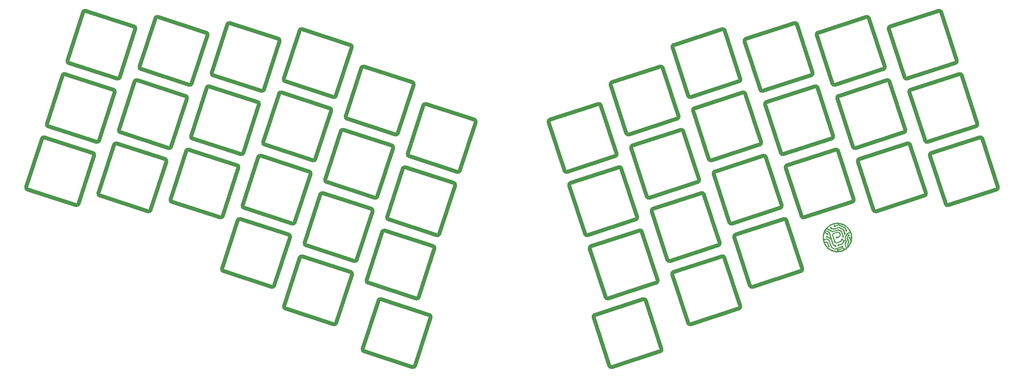
<source format=gtl>
G04 #@! TF.GenerationSoftware,KiCad,Pcbnew,(6.0.7)*
G04 #@! TF.CreationDate,2022-09-06T15:12:06+02:00*
G04 #@! TF.ProjectId,osprey_plate,6f737072-6579-45f7-906c-6174652e6b69,rev?*
G04 #@! TF.SameCoordinates,Original*
G04 #@! TF.FileFunction,Copper,L1,Top*
G04 #@! TF.FilePolarity,Positive*
%FSLAX46Y46*%
G04 Gerber Fmt 4.6, Leading zero omitted, Abs format (unit mm)*
G04 Created by KiCad (PCBNEW (6.0.7)) date 2022-09-06 15:12:06*
%MOMM*%
%LPD*%
G01*
G04 APERTURE LIST*
G04 #@! TA.AperFunction,NonConductor*
%ADD10C,1.000000*%
G04 #@! TD*
G04 #@! TA.AperFunction,EtchedComponent*
%ADD11C,0.010000*%
G04 #@! TD*
G04 APERTURE END LIST*
D10*
X-114165038Y32358096D02*
G75*
G03*
X-114795074Y32037076I-154508J-475528D01*
G01*
X-95142055Y34273452D02*
G75*
G03*
X-94821037Y33643415I475528J-154509D01*
G01*
X-45562268Y-31570187D02*
G75*
G03*
X-44932232Y-31249168I154507J475530D01*
G01*
X87080553Y13779254D02*
G75*
G03*
X87710591Y13458234I475547J154546D01*
G01*
X-37839899Y34265707D02*
X-25476164Y30248486D01*
X94821039Y33643408D02*
G75*
G03*
X95142055Y34273452I-154439J475492D01*
G01*
X61383369Y-22013438D02*
X73747103Y-17996217D01*
X-107054592Y12172914D02*
X-119418326Y16190135D01*
X100074322Y17475465D02*
G75*
G03*
X100395345Y18105490I-154522J475535D01*
G01*
X-57926003Y-27552967D02*
X-45562268Y-31570188D01*
X69899722Y8407127D02*
X73916943Y-3956606D01*
X21135107Y-29202731D02*
G75*
G03*
X20814078Y-29832739I154393J-475469D01*
G01*
X109541793Y48205040D02*
G75*
G03*
X108911749Y48526057I-475493J-154440D01*
G01*
X-59393144Y40743049D02*
X-63410365Y28379314D01*
X87231734Y369631D02*
X83214513Y12733365D01*
X63561545Y14969741D02*
X59544324Y27333476D01*
X120048387Y15869123D02*
G75*
G03*
X119418326Y16190135I-475587J-154623D01*
G01*
X58247023Y-26922930D02*
X54229802Y-14559195D01*
X-111380830Y-1141877D02*
G75*
G03*
X-110750793Y-820857I154509J475528D01*
G01*
X39678917Y-15081215D02*
G75*
G03*
X40308980Y-15402227I475583J154615D01*
G01*
X54291035Y43501437D02*
X58308256Y31137702D01*
X70220746Y9037151D02*
G75*
G03*
X69899722Y8407127I154554J-475551D01*
G01*
X100244208Y31515062D02*
G75*
G03*
X100874252Y31194045I475492J154438D01*
G01*
X-52672714Y-11385006D02*
X-40308980Y-15402227D01*
X68814834Y-1198219D02*
X64797613Y11165515D01*
X35982746Y-2087449D02*
G75*
G03*
X35661722Y-2717473I154554J-475551D01*
G01*
X24487830Y-24958982D02*
X36851564Y-20941761D01*
X-31598275Y-4773800D02*
X-19234541Y-8791021D01*
X78131064Y42940986D02*
X90494799Y46958207D01*
X64967464Y25205092D02*
G75*
G03*
X64646433Y24575088I154436J-475492D01*
G01*
X-77961224Y28901327D02*
X-81978445Y16537591D01*
X70050901Y-5002445D02*
G75*
G03*
X69420865Y-4681426I-475501J-154455D01*
G01*
X110750799Y-820855D02*
G75*
G03*
X111380830Y-1141877I475501J154455D01*
G01*
X37172584Y-20311724D02*
X33155363Y-7947990D01*
X-27272038Y8540991D02*
G75*
G03*
X-27902074Y8219971I-154508J-475528D01*
G01*
X-53599765Y-14238177D02*
G75*
G03*
X-54229802Y-14559195I-154509J-475528D01*
G01*
X76404137Y32075515D02*
X64040402Y28058295D01*
X52672704Y-11384975D02*
G75*
G03*
X52993734Y-10754969I-154404J475475D01*
G01*
X53599764Y-14238176D02*
X41236031Y-18255397D01*
X35661722Y-2717473D02*
X39678943Y-15081207D01*
X27902118Y8219985D02*
G75*
G03*
X27272038Y8540991I-475618J-154685D01*
G01*
X-105497504Y15347104D02*
X-101480283Y27710838D01*
X-120048363Y15869115D02*
X-124065584Y3505381D01*
X-25461336Y-42517494D02*
G75*
G03*
X-24831299Y-42196474I154509J475528D01*
G01*
X-20814078Y-29832739D02*
G75*
G03*
X-21135098Y-29202703I-475528J154508D01*
G01*
X60753313Y-21692425D02*
G75*
G03*
X61383369Y-22013438I475587J154625D01*
G01*
X-63561545Y14969741D02*
G75*
G03*
X-63240525Y14339705I475528J-154508D01*
G01*
X96548015Y44508836D02*
X108911749Y48526057D01*
X37825071Y-38500273D02*
X25461336Y-42517494D01*
X57987237Y30507665D02*
X45623502Y26490445D01*
X-23857793Y-24637962D02*
X-19840572Y-12274228D01*
X-58247023Y-26922930D02*
G75*
G03*
X-57926003Y-27552967I475528J-154509D01*
G01*
X-123744564Y2875344D02*
X-111380830Y-1141877D01*
X22648790Y24387934D02*
G75*
G03*
X22018749Y24708952I-475490J-154434D01*
G01*
X63410387Y28379321D02*
G75*
G03*
X64040402Y28058295I475513J154479D01*
G01*
X22648785Y24387932D02*
X26666006Y12024197D01*
X30729464Y14080492D02*
G75*
G03*
X30408433Y13450488I154436J-475492D01*
G01*
X-83214513Y12733364D02*
X-87231734Y369631D01*
X-100395345Y18105491D02*
G75*
G03*
X-100074325Y17475455I475528J-154508D01*
G01*
X41297261Y39805244D02*
G75*
G03*
X40976244Y39175199I154539J-475544D01*
G01*
X111380830Y-1141877D02*
X123744564Y2875344D01*
X83063333Y26142988D02*
X87080554Y13779254D01*
X-81978445Y16537591D02*
G75*
G03*
X-81657425Y15907555I475528J-154508D01*
G01*
X19234541Y-8791021D02*
X31598275Y-4773800D01*
X42166139Y20950908D02*
G75*
G03*
X42487155Y21580952I-154439J475492D01*
G01*
X14587283Y3893733D02*
X18604505Y-8470001D01*
X42166137Y20950915D02*
X29802402Y16933695D01*
X-101801304Y28340875D02*
X-114165038Y32358096D01*
X48976505Y1608763D02*
G75*
G03*
X48346476Y1929785I-475505J-154463D01*
G01*
X77961240Y28901331D02*
G75*
G03*
X77331188Y29222346I-475540J-154531D01*
G01*
X-55500043Y-5524457D02*
X-51482822Y6839277D01*
X109541785Y48205037D02*
X113559006Y35841302D01*
X-76725155Y32705552D02*
G75*
G03*
X-76404137Y32075515I475528J-154509D01*
G01*
X63410365Y28379314D02*
X59393144Y40743049D01*
X-25155144Y29618449D02*
X-29172365Y17254714D01*
X-53660999Y43822457D02*
X-41297264Y39805235D01*
X-25155144Y29618449D02*
G75*
G03*
X-25476164Y30248486I-475528J154509D01*
G01*
X-13981252Y7376940D02*
X-26344987Y11394160D01*
X-40976244Y39175199D02*
X-44993465Y26811464D01*
X-113559007Y35841303D02*
G75*
G03*
X-113237987Y35211265I475532J-154508D01*
G01*
X-106733572Y11542877D02*
G75*
G03*
X-107054592Y12172914I-475528J154509D01*
G01*
X27272038Y8540991D02*
X14908303Y4523770D01*
X-61383370Y-22013437D02*
G75*
G03*
X-60753332Y-21692418I154511J475525D01*
G01*
X-92333843Y-2388707D02*
X-88316622Y9975027D01*
X-29802402Y16933696D02*
G75*
G03*
X-29172365Y17254714I154509J475528D01*
G01*
X25476164Y30248486D02*
X37839899Y34265707D01*
X-40308980Y-15402226D02*
G75*
G03*
X-39678944Y-15081207I154507J475530D01*
G01*
X-31919295Y-4143764D02*
G75*
G03*
X-31598275Y-4773800I475528J-154508D01*
G01*
X72707935Y45069287D02*
X76725156Y32705552D01*
X-37839899Y34265707D02*
G75*
G03*
X-38469935Y33944687I-154508J-475528D01*
G01*
X-96378124Y30469226D02*
X-100395345Y18105491D01*
X-83063334Y26142988D02*
G75*
G03*
X-83384353Y26773025I-475526J154510D01*
G01*
X-39678944Y-15081207D02*
X-35661722Y-2717473D01*
X-69899722Y8407127D02*
G75*
G03*
X-70220742Y9037164I-475528J154509D01*
G01*
X-45623502Y26490445D02*
X-57987237Y30507665D01*
X81827265Y29947215D02*
X77810044Y42310949D01*
X23857795Y-24637962D02*
G75*
G03*
X24487830Y-24958982I475505J154462D01*
G01*
X18604531Y-8469993D02*
G75*
G03*
X19234541Y-8791021I475469J154393D01*
G01*
X-9333995Y20061695D02*
G75*
G03*
X-9655014Y20691731I-475530J154507D01*
G01*
X69293691Y11890335D02*
X81657425Y15907555D01*
X-30729453Y14080525D02*
X-43093188Y18097746D01*
X-82457302Y29626193D02*
G75*
G03*
X-81827266Y29947214I154505J475534D01*
G01*
X26344998Y11394127D02*
G75*
G03*
X26666006Y12024197I-154598J475573D01*
G01*
X46229533Y23007238D02*
X50246754Y10643504D01*
X114165038Y32358096D02*
X101801303Y28340875D01*
X-56736111Y-9328683D02*
G75*
G03*
X-57057131Y-8698647I-475528J154508D01*
G01*
X-106127541Y15026084D02*
G75*
G03*
X-105497504Y15347104I154509J475528D01*
G01*
X-27902074Y8219971D02*
X-31919295Y-4143764D01*
X-14908303Y4523770D02*
X-27272038Y8540991D01*
X-95748088Y30790245D02*
G75*
G03*
X-96378124Y30469226I-154509J-475526D01*
G01*
X-72077899Y45390307D02*
G75*
G03*
X-72707935Y45069287I-154509J-475526D01*
G01*
X-70220742Y9037164D02*
X-82584476Y13054385D01*
X96548022Y44508814D02*
G75*
G03*
X96226994Y43878799I154478J-475514D01*
G01*
X113237980Y35211287D02*
G75*
G03*
X113559006Y35841302I-154480J475513D01*
G01*
X-14587283Y3893732D02*
G75*
G03*
X-14908303Y4523770I-475529J154509D01*
G01*
X105497534Y15347114D02*
G75*
G03*
X106127541Y15026084I475466J154386D01*
G01*
X44993457Y26811462D02*
G75*
G03*
X45623502Y26490445I475543J154538D01*
G01*
X-19840572Y-12274228D02*
G75*
G03*
X-20161592Y-11644191I-475526J154510D01*
G01*
X57057128Y-8698639D02*
G75*
G03*
X56736110Y-9328683I154572J-475561D01*
G01*
X-46229533Y23007238D02*
G75*
G03*
X-46550553Y23637275I-475528J154509D01*
G01*
X40308980Y-15402227D02*
X52672714Y-11385006D01*
X45562269Y-31570188D02*
X57926003Y-27552967D01*
X34425653Y1086754D02*
G75*
G03*
X35055691Y765734I475547J154546D01*
G01*
X101631405Y14301262D02*
G75*
G03*
X101001376Y14622285I-475505J-154462D01*
G01*
X-83384353Y26773025D02*
X-95748088Y30790245D01*
X-96226994Y43878799D02*
X-100244215Y31515064D01*
X-54229802Y-14559195D02*
X-58247023Y-26922930D01*
X-30408433Y13450488D02*
G75*
G03*
X-30729453Y14080525I-475528J154509D01*
G01*
X-101480282Y27710838D02*
G75*
G03*
X-101801304Y28340875I-475531J154507D01*
G01*
X-64797613Y11165515D02*
X-68814834Y-1198219D01*
X-74546981Y-4277626D02*
G75*
G03*
X-73916943Y-3956607I154511J475525D01*
G01*
X91124813Y46637180D02*
G75*
G03*
X90494799Y46958207I-475513J-154480D01*
G01*
X32525326Y-7626970D02*
X20161592Y-11644191D01*
X-20814078Y-29832739D02*
X-24831299Y-42196474D01*
X-68493814Y-1828256D02*
X-56130080Y-5845477D01*
X-38146090Y-37870236D02*
X-34128869Y-25506502D01*
X21135098Y-29202703D02*
X33498832Y-25185482D01*
X55500047Y-5524455D02*
G75*
G03*
X56130080Y-5845477I475553J154555D01*
G01*
X24831299Y-42196474D02*
X20814078Y-29832739D01*
X-119418326Y16190135D02*
G75*
G03*
X-120048363Y15869115I-154509J-475528D01*
G01*
X101001376Y14622285D02*
X88637642Y10605064D01*
X-47740445Y5412991D02*
G75*
G03*
X-47419425Y4782955I475528J-154508D01*
G01*
X-69420865Y-4681427D02*
G75*
G03*
X-70050902Y-5002445I-154509J-475528D01*
G01*
X41297264Y39805236D02*
X53660999Y43822457D01*
X-95142056Y34273452D02*
X-91124835Y46637187D01*
X83214505Y12733363D02*
G75*
G03*
X82584476Y13054385I-475505J-154463D01*
G01*
X58914288Y27654496D02*
X46550553Y23637274D01*
X87710591Y13458234D02*
X100074325Y17475455D01*
X-73916943Y-3956607D02*
X-69899722Y8407127D01*
X29172387Y17254721D02*
G75*
G03*
X29802402Y16933695I475513J154479D01*
G01*
X-68814834Y-1198219D02*
G75*
G03*
X-68493814Y-1828256I475528J-154509D01*
G01*
X92333817Y-2388715D02*
G75*
G03*
X92963880Y-2709727I475583J154615D01*
G01*
X-76725156Y32705552D02*
X-72707935Y45069287D01*
X56130080Y-5845477D02*
X68493814Y-1828256D01*
X105327604Y1307525D02*
G75*
G03*
X105648634Y1937531I-154404J475475D01*
G01*
X-64040402Y28058295D02*
X-76404137Y32075515D01*
X-33498833Y-25185482D02*
G75*
G03*
X-34128869Y-25506502I-154509J-475526D01*
G01*
X31598279Y-4773814D02*
G75*
G03*
X31919295Y-4143764I-154479J475514D01*
G01*
X68493824Y-1828287D02*
G75*
G03*
X68814834Y-1198219I-154624J475587D01*
G01*
X100395345Y18105490D02*
X96378123Y30469226D01*
X-26666005Y12024197D02*
G75*
G03*
X-26344987Y11394160I475528J-154509D01*
G01*
X13351215Y7697959D02*
X9333994Y20061694D01*
X-42487155Y21580952D02*
G75*
G03*
X-42166137Y20950915I475528J-154509D01*
G01*
X-64040402Y28058296D02*
G75*
G03*
X-63410365Y28379314I154509J475528D01*
G01*
X-101001376Y14622285D02*
G75*
G03*
X-101631413Y14301265I-154509J-475528D01*
G01*
X9655020Y20691715D02*
G75*
G03*
X9333994Y20061694I154480J-475515D01*
G01*
X64646433Y24575088D02*
X68663653Y12211354D01*
X-56130080Y-5845477D02*
G75*
G03*
X-55500043Y-5524457I154509J475528D01*
G01*
X33155384Y-7947983D02*
G75*
G03*
X32525326Y-7626970I-475584J-154617D01*
G01*
X-100074325Y17475455D02*
X-87710591Y13458234D01*
X19840572Y-12274228D02*
X23857794Y-24637962D01*
X-87710591Y13458234D02*
G75*
G03*
X-87080554Y13779254I154509J475528D01*
G01*
X-33498833Y-25185482D02*
X-21135098Y-29202703D01*
X44932243Y-31249165D02*
G75*
G03*
X45562269Y-31570188I475557J154565D01*
G01*
X-70050902Y-5002445D02*
X-74068123Y-17366180D01*
X-20161592Y-11644191D02*
X-32525326Y-7626970D01*
X-37172584Y-20311724D02*
G75*
G03*
X-36851564Y-20941761I475528J-154509D01*
G01*
X-90494799Y46958209D02*
G75*
G03*
X-91124835Y46637187I-154507J-475530D01*
G01*
X-77331188Y29222346D02*
G75*
G03*
X-77961224Y28901327I-154508J-475528D01*
G01*
X-40915012Y-18885433D02*
G75*
G03*
X-41236031Y-18255397I-475526J154509D01*
G01*
X51803846Y7469301D02*
G75*
G03*
X51482822Y6839277I154454J-475501D01*
G01*
X88637646Y10605051D02*
G75*
G03*
X88316622Y9975027I154554J-475551D01*
G01*
X119418326Y16190135D02*
X107054592Y12172914D01*
X-87231734Y369631D02*
G75*
G03*
X-86910714Y-260406I475528J-154509D01*
G01*
X50246722Y10643493D02*
G75*
G03*
X50876791Y10322484I475578J154607D01*
G01*
X-53660999Y43822457D02*
G75*
G03*
X-54291035Y43501437I-154508J-475528D01*
G01*
X-77810044Y42310949D02*
X-81827266Y29947214D01*
X26344987Y11394160D02*
X13981252Y7376940D01*
X-105648634Y1937531D02*
G75*
G03*
X-105327614Y1307494I475528J-154509D01*
G01*
X124065583Y3505381D02*
X120048363Y15869115D01*
X81657422Y15907565D02*
G75*
G03*
X81978445Y16537591I-154522J475535D01*
G01*
X41236029Y-18255391D02*
G75*
G03*
X40915011Y-18885433I154471J-475509D01*
G01*
X-41236031Y-18255397D02*
X-53599765Y-14238176D01*
X-113559006Y35841303D02*
X-109541785Y48205037D01*
X-24487830Y-24958982D02*
G75*
G03*
X-23857793Y-24637962I154509J475528D01*
G01*
X59544309Y27333471D02*
G75*
G03*
X58914288Y27654496I-475509J-154471D01*
G01*
X-52993734Y-10754969D02*
G75*
G03*
X-52672714Y-11385006I475528J-154509D01*
G01*
X101480283Y27710838D02*
X105497504Y15347104D01*
X113237987Y35211265D02*
X100874252Y31194045D01*
X83384364Y26772992D02*
G75*
G03*
X83063333Y26142988I154436J-475492D01*
G01*
X40915011Y-18885433D02*
X44932232Y-31249168D01*
X68663652Y12211354D02*
G75*
G03*
X69293691Y11890335I475548J154546D01*
G01*
X-59393144Y40743049D02*
G75*
G03*
X-59714164Y41373086I-475528J154509D01*
G01*
X118491281Y19043286D02*
G75*
G03*
X118812295Y19673341I-154481J475514D01*
G01*
X-63240525Y14339705D02*
X-50876791Y10322484D01*
X-74068123Y-17366180D02*
G75*
G03*
X-73747103Y-17996217I475528J-154509D01*
G01*
X50876791Y10322484D02*
X63240525Y14339705D01*
X95748088Y30790246D02*
X83384353Y26773025D01*
X14908301Y4523775D02*
G75*
G03*
X14587283Y3893733I154599J-475575D01*
G01*
X-35661722Y-2717473D02*
G75*
G03*
X-35982742Y-2087436I-475531J154507D01*
G01*
X36851562Y-20941756D02*
G75*
G03*
X37172584Y-20311724I-154562J475556D01*
G01*
X-118491275Y19043305D02*
X-106127541Y15026084D01*
X43093188Y18097746D02*
X30729453Y14080525D01*
X-58914288Y27654497D02*
G75*
G03*
X-59544324Y27333475I-154507J-475530D01*
G01*
X37825086Y-38500318D02*
G75*
G03*
X38146090Y-37870236I-154686J475618D01*
G01*
X-19234541Y-8791021D02*
G75*
G03*
X-18604504Y-8470001I154507J475531D01*
G01*
X-105327614Y1307494D02*
X-92963880Y-2709727D01*
X-82584476Y13054386D02*
G75*
G03*
X-83214513Y12733364I-154507J-475531D01*
G01*
X-60753332Y-21692418D02*
X-56736111Y-9328683D01*
X54229770Y-14559206D02*
G75*
G03*
X53599764Y-14238176I-475470J-154394D01*
G01*
X24831287Y-42196478D02*
G75*
G03*
X25461336Y-42517494I475513J154478D01*
G01*
X-100874252Y31194045D02*
X-113237987Y35211265D01*
X44993465Y26811464D02*
X40976244Y39175199D01*
X94821037Y33643415D02*
X82457302Y29626195D01*
X-77810044Y42310949D02*
G75*
G03*
X-78131064Y42940986I-475528J154509D01*
G01*
X-100874252Y31194046D02*
G75*
G03*
X-100244215Y31515064I154509J475528D01*
G01*
X107054587Y12172931D02*
G75*
G03*
X106733572Y11542877I154513J-475531D01*
G01*
X-29802402Y16933695D02*
X-42166137Y20950915D01*
X-22018749Y24708951D02*
G75*
G03*
X-22648785Y24387932I-154509J-475526D01*
G01*
X69420865Y-4681426D02*
X57057131Y-8698647D01*
X-22018749Y24708951D02*
X-9655014Y20691731D01*
X-69293691Y11890334D02*
G75*
G03*
X-68663654Y12211354I154509J475528D01*
G01*
X34128869Y-25506501D02*
X38146090Y-37870236D01*
X-73747103Y-17996217D02*
X-61383370Y-22013438D01*
X92963880Y-2709727D02*
X105327614Y1307494D01*
X-48976513Y1608765D02*
X-52993734Y-10754969D01*
X88316622Y9975027D02*
X92333843Y-2388707D01*
X-108911749Y48526057D02*
G75*
G03*
X-109541785Y48205037I-154508J-475528D01*
G01*
X74068123Y-17366180D02*
X70050902Y-5002445D01*
X73747107Y-17996228D02*
G75*
G03*
X74068123Y-17366180I-154507J475528D01*
G01*
X57987240Y30507657D02*
G75*
G03*
X58308256Y31137702I-154540J475543D01*
G01*
X-9333994Y20061695D02*
X-13351215Y7697959D01*
X30408433Y13450488D02*
X34425654Y1086754D01*
X-110750793Y-820857D02*
X-106733572Y11542877D01*
X59714161Y41373092D02*
G75*
G03*
X59393144Y40743049I154439J-475492D01*
G01*
X-68663654Y12211354D02*
X-64646433Y24575088D01*
X-82457302Y29626194D02*
X-94821037Y33643415D01*
X-50246754Y10643504D02*
X-46229533Y23007238D01*
X46550543Y23637304D02*
G75*
G03*
X46229533Y23007238I154657J-475604D01*
G01*
X-87080554Y13779254D02*
X-83063334Y26142988D01*
X64797635Y11165522D02*
G75*
G03*
X64167576Y11486535I-475535J-154522D01*
G01*
X73916917Y-3956615D02*
G75*
G03*
X74546980Y-4277627I475583J154615D01*
G01*
X-59544324Y27333475D02*
X-63561545Y14969741D01*
X25476162Y30248492D02*
G75*
G03*
X25155144Y29618449I154438J-475492D01*
G01*
X13351205Y7697956D02*
G75*
G03*
X13981252Y7376940I475495J154444D01*
G01*
X-47419425Y4782955D02*
X-35055692Y765734D01*
X-96226994Y43878799D02*
G75*
G03*
X-96548014Y44508836I-475528J154509D01*
G01*
X-114795074Y32037076D02*
X-118812295Y19673340D01*
X72707914Y45069280D02*
G75*
G03*
X72077899Y45390308I-475514J-154480D01*
G01*
X-43093188Y18097746D02*
G75*
G03*
X-43723224Y17776726I-154508J-475528D01*
G01*
X-108911749Y48526057D02*
X-96548014Y44508836D01*
X-64646434Y24575088D02*
G75*
G03*
X-64967453Y25205124I-475530J154507D01*
G01*
X-92963880Y-2709727D02*
G75*
G03*
X-92333843Y-2388707I154509J475528D01*
G01*
X-58308256Y31137702D02*
X-54291035Y43501437D01*
X123744564Y2875344D02*
G75*
G03*
X124065583Y3505381I-154564J475556D01*
G01*
X81827287Y29947222D02*
G75*
G03*
X82457302Y29626195I475513J154478D01*
G01*
X74546980Y-4277627D02*
X86910714Y-260406D01*
X9655015Y20691731D02*
X22018749Y24708952D01*
X96378140Y30469231D02*
G75*
G03*
X95748088Y30790246I-475540J-154531D01*
G01*
X-32525326Y-7626970D02*
G75*
G03*
X-33155363Y-7947990I-154509J-475528D01*
G01*
X114795060Y32037072D02*
G75*
G03*
X114165038Y32358096I-475560J-154572D01*
G01*
X47419423Y4782965D02*
G75*
G03*
X47740445Y5412992I-154523J475535D01*
G01*
X-86910714Y-260406D02*
X-74546981Y-4277627D01*
X-57057131Y-8698647D02*
X-69420865Y-4681426D01*
X-58308255Y31137702D02*
G75*
G03*
X-57987237Y30507665I475528J-154509D01*
G01*
X-64167576Y11486535D02*
G75*
G03*
X-64797613Y11165515I-154509J-475528D01*
G01*
X20161584Y-11644168D02*
G75*
G03*
X19840572Y-12274228I154516J-475532D01*
G01*
X57926007Y-27552978D02*
G75*
G03*
X58247023Y-26922930I-154607J475578D01*
G01*
X118812295Y19673341D02*
X114795074Y32037076D01*
X-43723224Y17776726D02*
X-47740445Y5412991D01*
X-35055692Y765735D02*
G75*
G03*
X-34425654Y1086754I154511J475525D01*
G01*
X-90494799Y46958208D02*
X-78131064Y42940986D01*
X78131062Y42940992D02*
G75*
G03*
X77810044Y42310949I154438J-475492D01*
G01*
X-64967453Y25205124D02*
X-77331188Y29222346D01*
X-51482822Y6839277D02*
G75*
G03*
X-51803842Y7469314I-475528J154509D01*
G01*
X-18604504Y-8470001D02*
X-14587283Y3893732D01*
X-34425654Y1086754D02*
X-30408433Y13450488D01*
X34128875Y-25506499D02*
G75*
G03*
X33498832Y-25185482I-475575J-154601D01*
G01*
X51482822Y6839277D02*
X55500042Y-5524457D01*
X-72077899Y45390307D02*
X-59714164Y41373086D01*
X64167576Y11486535D02*
X51803842Y7469314D01*
X-51803842Y7469314D02*
X-64167576Y11486535D01*
X-88316622Y9975027D02*
G75*
G03*
X-88637642Y10605064I-475528J154509D01*
G01*
X52993734Y-10754969D02*
X48976513Y1608766D01*
X-44932232Y-31249168D02*
X-40915012Y-18885433D01*
X82584476Y13054385D02*
X70220742Y9037164D01*
X-88637642Y10605064D02*
X-101001376Y14622285D01*
X-124065584Y3505381D02*
G75*
G03*
X-123744564Y2875344I475528J-154509D01*
G01*
X38469935Y33944687D02*
X42487155Y21580952D01*
X106127541Y15026084D02*
X118491275Y19043305D01*
X31919295Y-4143764D02*
X27902074Y8219971D01*
X86910704Y-260375D02*
G75*
G03*
X87231734Y369631I-154404J475475D01*
G01*
X-33155363Y-7947990D02*
X-37172584Y-20311724D01*
X-40976245Y39175199D02*
G75*
G03*
X-41297264Y39805235I-475530J154507D01*
G01*
X48346476Y1929785D02*
X35982742Y-2087436D01*
X54291044Y43501440D02*
G75*
G03*
X53660999Y43822457I-475544J-154540D01*
G01*
X29172365Y17254714D02*
X25155144Y29618449D01*
X-38146089Y-37870236D02*
G75*
G03*
X-37825071Y-38500273I475528J-154509D01*
G01*
X-35982742Y-2087436D02*
X-48346476Y1929785D01*
X35055691Y765734D02*
X47419426Y4782955D01*
X43723240Y17776731D02*
G75*
G03*
X43093188Y18097746I-475540J-154531D01*
G01*
X-26666006Y12024197D02*
X-22648785Y24387932D01*
X-118812295Y19673340D02*
G75*
G03*
X-118491275Y19043305I475526J-154508D01*
G01*
X-36851564Y-20941761D02*
X-24487830Y-24958982D01*
X63240521Y14339716D02*
G75*
G03*
X63561545Y14969741I-154421J475484D01*
G01*
X100244215Y31515064D02*
X96226994Y43878799D01*
X-42487156Y21580952D02*
X-38469935Y33944687D01*
X77331188Y29222346D02*
X64967453Y25205125D01*
X-25461336Y-42517494D02*
X-37825071Y-38500273D01*
X38469913Y33944680D02*
G75*
G03*
X37839899Y34265707I-475513J-154480D01*
G01*
X-45623502Y26490446D02*
G75*
G03*
X-44993465Y26811464I154509J475528D01*
G01*
X-46550553Y23637275D02*
X-58914288Y27654496D01*
X56736110Y-9328683D02*
X60753332Y-21692419D01*
X47740445Y5412992D02*
X43723224Y17776726D01*
X-50876791Y10322484D02*
G75*
G03*
X-50246754Y10643504I154509J475528D01*
G01*
X-13981252Y7376941D02*
G75*
G03*
X-13351215Y7697959I154509J475528D01*
G01*
X91124835Y46637187D02*
X95142055Y34273452D01*
X81978445Y16537591D02*
X77961224Y28901326D01*
X101801304Y28340873D02*
G75*
G03*
X101480283Y27710838I154596J-475573D01*
G01*
X-48346476Y1929785D02*
G75*
G03*
X-48976513Y1608765I-154509J-475528D01*
G01*
X106733572Y11542877D02*
X110750794Y-820857D01*
X-101631413Y14301265D02*
X-105648634Y1937531D01*
X-81657425Y15907555D02*
X-69293691Y11890334D01*
X76404140Y32075507D02*
G75*
G03*
X76725156Y32705552I-154440J475493D01*
G01*
X59714163Y41373086D02*
X72077899Y45390308D01*
X105648634Y1937531D02*
X101631414Y14301265D01*
G04 #@! TO.C,G1*
G36*
X83082655Y-11317825D02*
G01*
X83096504Y-11251591D01*
X83137297Y-11195005D01*
X83204473Y-11148360D01*
X83281846Y-11128548D01*
X83360353Y-11136451D01*
X83423360Y-11167166D01*
X83440634Y-11173407D01*
X83469062Y-11173231D01*
X83511413Y-11165825D01*
X83570458Y-11150376D01*
X83648965Y-11126071D01*
X83749705Y-11092098D01*
X83875448Y-11047643D01*
X84028964Y-10991892D01*
X84062718Y-10979508D01*
X84332155Y-10880522D01*
X84445313Y-10618410D01*
X84486382Y-10522769D01*
X84515506Y-10452323D01*
X84534098Y-10401631D01*
X84543568Y-10365251D01*
X84545330Y-10337742D01*
X84540795Y-10313663D01*
X84531373Y-10287571D01*
X84531239Y-10287230D01*
X84528623Y-10277153D01*
X84514334Y-10222107D01*
X84514045Y-10206135D01*
X84653828Y-10206135D01*
X84656581Y-10235577D01*
X84686168Y-10260342D01*
X84727799Y-10277410D01*
X84756840Y-10267781D01*
X84779225Y-10237196D01*
X84793876Y-10195537D01*
X84779424Y-10165204D01*
X84745117Y-10144649D01*
X84702181Y-10138501D01*
X84670702Y-10163722D01*
X84653828Y-10206135D01*
X84514045Y-10206135D01*
X84513246Y-10162031D01*
X84513382Y-10161189D01*
X84539477Y-10094811D01*
X84588488Y-10043300D01*
X84652505Y-10009281D01*
X84723626Y-9995376D01*
X84793940Y-10004208D01*
X84855541Y-10038401D01*
X84862897Y-10045238D01*
X84910311Y-10111584D01*
X84931078Y-10184989D01*
X84926532Y-10258353D01*
X84898002Y-10324573D01*
X84846820Y-10376548D01*
X84796141Y-10401343D01*
X84778403Y-10409995D01*
X84760691Y-10426593D01*
X84740758Y-10455137D01*
X84716354Y-10499626D01*
X84685231Y-10564058D01*
X84645139Y-10652434D01*
X84609062Y-10734037D01*
X84469673Y-11051235D01*
X83989948Y-11207541D01*
X83853280Y-11252202D01*
X83745044Y-11288004D01*
X83661841Y-11316276D01*
X83600269Y-11338343D01*
X83556930Y-11355533D01*
X83528424Y-11369170D01*
X83511350Y-11380584D01*
X83502311Y-11391098D01*
X83498754Y-11399206D01*
X83460500Y-11466735D01*
X83399926Y-11516998D01*
X83325869Y-11544821D01*
X83249075Y-11545392D01*
X83178499Y-11516848D01*
X83126018Y-11460532D01*
X83102252Y-11407955D01*
X83097347Y-11397105D01*
X83084260Y-11326484D01*
X83223585Y-11326484D01*
X83230334Y-11366338D01*
X83266887Y-11398609D01*
X83309920Y-11406853D01*
X83342256Y-11384044D01*
X83357209Y-11350200D01*
X83361451Y-11318536D01*
X83346498Y-11296465D01*
X83326004Y-11281904D01*
X83292512Y-11265020D01*
X83267011Y-11271206D01*
X83248048Y-11286762D01*
X83223585Y-11326484D01*
X83084260Y-11326484D01*
X83082655Y-11317825D01*
G37*
D11*
X83082655Y-11317825D02*
X83096504Y-11251591D01*
X83137297Y-11195005D01*
X83204473Y-11148360D01*
X83281846Y-11128548D01*
X83360353Y-11136451D01*
X83423360Y-11167166D01*
X83440634Y-11173407D01*
X83469062Y-11173231D01*
X83511413Y-11165825D01*
X83570458Y-11150376D01*
X83648965Y-11126071D01*
X83749705Y-11092098D01*
X83875448Y-11047643D01*
X84028964Y-10991892D01*
X84062718Y-10979508D01*
X84332155Y-10880522D01*
X84445313Y-10618410D01*
X84486382Y-10522769D01*
X84515506Y-10452323D01*
X84534098Y-10401631D01*
X84543568Y-10365251D01*
X84545330Y-10337742D01*
X84540795Y-10313663D01*
X84531373Y-10287571D01*
X84531239Y-10287230D01*
X84528623Y-10277153D01*
X84514334Y-10222107D01*
X84514045Y-10206135D01*
X84653828Y-10206135D01*
X84656581Y-10235577D01*
X84686168Y-10260342D01*
X84727799Y-10277410D01*
X84756840Y-10267781D01*
X84779225Y-10237196D01*
X84793876Y-10195537D01*
X84779424Y-10165204D01*
X84745117Y-10144649D01*
X84702181Y-10138501D01*
X84670702Y-10163722D01*
X84653828Y-10206135D01*
X84514045Y-10206135D01*
X84513246Y-10162031D01*
X84513382Y-10161189D01*
X84539477Y-10094811D01*
X84588488Y-10043300D01*
X84652505Y-10009281D01*
X84723626Y-9995376D01*
X84793940Y-10004208D01*
X84855541Y-10038401D01*
X84862897Y-10045238D01*
X84910311Y-10111584D01*
X84931078Y-10184989D01*
X84926532Y-10258353D01*
X84898002Y-10324573D01*
X84846820Y-10376548D01*
X84796141Y-10401343D01*
X84778403Y-10409995D01*
X84760691Y-10426593D01*
X84740758Y-10455137D01*
X84716354Y-10499626D01*
X84685231Y-10564058D01*
X84645139Y-10652434D01*
X84609062Y-10734037D01*
X84469673Y-11051235D01*
X83989948Y-11207541D01*
X83853280Y-11252202D01*
X83745044Y-11288004D01*
X83661841Y-11316276D01*
X83600269Y-11338343D01*
X83556930Y-11355533D01*
X83528424Y-11369170D01*
X83511350Y-11380584D01*
X83502311Y-11391098D01*
X83498754Y-11399206D01*
X83460500Y-11466735D01*
X83399926Y-11516998D01*
X83325869Y-11544821D01*
X83249075Y-11545392D01*
X83178499Y-11516848D01*
X83126018Y-11460532D01*
X83102252Y-11407955D01*
X83097347Y-11397105D01*
X83084260Y-11326484D01*
X83223585Y-11326484D01*
X83230334Y-11366338D01*
X83266887Y-11398609D01*
X83309920Y-11406853D01*
X83342256Y-11384044D01*
X83357209Y-11350200D01*
X83361451Y-11318536D01*
X83346498Y-11296465D01*
X83326004Y-11281904D01*
X83292512Y-11265020D01*
X83267011Y-11271206D01*
X83248048Y-11286762D01*
X83223585Y-11326484D01*
X83084260Y-11326484D01*
X83082655Y-11317825D01*
G36*
X85105327Y-7576944D02*
G01*
X85133111Y-7520283D01*
X85138988Y-7513711D01*
X85148878Y-7500276D01*
X85152794Y-7482282D01*
X85149729Y-7454036D01*
X85138670Y-7409845D01*
X85118607Y-7344015D01*
X85096848Y-7276420D01*
X85028584Y-7066326D01*
X84196820Y-6642632D01*
X83365057Y-6218937D01*
X82956660Y-6345671D01*
X82831633Y-6384599D01*
X82734701Y-6415275D01*
X82661995Y-6439210D01*
X82609648Y-6457917D01*
X82573791Y-6472909D01*
X82550556Y-6485696D01*
X82536075Y-6497793D01*
X82526480Y-6510711D01*
X82524087Y-6514776D01*
X82466503Y-6586781D01*
X82393711Y-6631722D01*
X82310683Y-6647046D01*
X82272731Y-6643839D01*
X82208412Y-6617602D01*
X82156236Y-6567113D01*
X82124925Y-6507406D01*
X82121476Y-6500830D01*
X82110834Y-6435914D01*
X82251587Y-6435914D01*
X82254339Y-6465357D01*
X82283927Y-6490122D01*
X82329714Y-6506665D01*
X82363043Y-6493670D01*
X82381504Y-6466975D01*
X82392635Y-6424418D01*
X82374007Y-6392646D01*
X82342876Y-6374428D01*
X82299940Y-6368280D01*
X82268461Y-6393501D01*
X82251587Y-6435914D01*
X82110834Y-6435914D01*
X82109407Y-6427211D01*
X82113815Y-6388989D01*
X82144762Y-6319130D01*
X82197808Y-6266610D01*
X82265184Y-6234186D01*
X82339116Y-6224620D01*
X82411832Y-6240674D01*
X82456254Y-6267340D01*
X82495993Y-6299252D01*
X83393335Y-6007688D01*
X84282924Y-6461073D01*
X85172513Y-6914457D01*
X85256221Y-7172084D01*
X85287746Y-7268291D01*
X85311372Y-7337292D01*
X85329234Y-7383758D01*
X85343470Y-7412362D01*
X85356216Y-7427777D01*
X85369609Y-7434674D01*
X85377049Y-7436361D01*
X85431101Y-7461638D01*
X85476788Y-7511295D01*
X85509071Y-7576452D01*
X85522912Y-7648236D01*
X85520552Y-7689104D01*
X85494362Y-7752880D01*
X85443613Y-7805027D01*
X85376531Y-7840418D01*
X85301343Y-7853920D01*
X85261656Y-7850568D01*
X85200974Y-7824455D01*
X85152015Y-7775840D01*
X85117764Y-7712918D01*
X85113101Y-7693480D01*
X85103122Y-7651871D01*
X85241159Y-7651871D01*
X85254154Y-7685200D01*
X85280847Y-7703662D01*
X85323406Y-7714792D01*
X85355176Y-7696165D01*
X85373395Y-7665033D01*
X85382755Y-7627386D01*
X85367696Y-7602169D01*
X85320079Y-7574760D01*
X85281677Y-7579462D01*
X85257701Y-7606084D01*
X85241159Y-7651871D01*
X85103122Y-7651871D01*
X85101207Y-7643888D01*
X85105327Y-7576944D01*
G37*
X85105327Y-7576944D02*
X85133111Y-7520283D01*
X85138988Y-7513711D01*
X85148878Y-7500276D01*
X85152794Y-7482282D01*
X85149729Y-7454036D01*
X85138670Y-7409845D01*
X85118607Y-7344015D01*
X85096848Y-7276420D01*
X85028584Y-7066326D01*
X84196820Y-6642632D01*
X83365057Y-6218937D01*
X82956660Y-6345671D01*
X82831633Y-6384599D01*
X82734701Y-6415275D01*
X82661995Y-6439210D01*
X82609648Y-6457917D01*
X82573791Y-6472909D01*
X82550556Y-6485696D01*
X82536075Y-6497793D01*
X82526480Y-6510711D01*
X82524087Y-6514776D01*
X82466503Y-6586781D01*
X82393711Y-6631722D01*
X82310683Y-6647046D01*
X82272731Y-6643839D01*
X82208412Y-6617602D01*
X82156236Y-6567113D01*
X82124925Y-6507406D01*
X82121476Y-6500830D01*
X82110834Y-6435914D01*
X82251587Y-6435914D01*
X82254339Y-6465357D01*
X82283927Y-6490122D01*
X82329714Y-6506665D01*
X82363043Y-6493670D01*
X82381504Y-6466975D01*
X82392635Y-6424418D01*
X82374007Y-6392646D01*
X82342876Y-6374428D01*
X82299940Y-6368280D01*
X82268461Y-6393501D01*
X82251587Y-6435914D01*
X82110834Y-6435914D01*
X82109407Y-6427211D01*
X82113815Y-6388989D01*
X82144762Y-6319130D01*
X82197808Y-6266610D01*
X82265184Y-6234186D01*
X82339116Y-6224620D01*
X82411832Y-6240674D01*
X82456254Y-6267340D01*
X82495993Y-6299252D01*
X83393335Y-6007688D01*
X84282924Y-6461073D01*
X85172513Y-6914457D01*
X85256221Y-7172084D01*
X85287746Y-7268291D01*
X85311372Y-7337292D01*
X85329234Y-7383758D01*
X85343470Y-7412362D01*
X85356216Y-7427777D01*
X85369609Y-7434674D01*
X85377049Y-7436361D01*
X85431101Y-7461638D01*
X85476788Y-7511295D01*
X85509071Y-7576452D01*
X85522912Y-7648236D01*
X85520552Y-7689104D01*
X85494362Y-7752880D01*
X85443613Y-7805027D01*
X85376531Y-7840418D01*
X85301343Y-7853920D01*
X85261656Y-7850568D01*
X85200974Y-7824455D01*
X85152015Y-7775840D01*
X85117764Y-7712918D01*
X85113101Y-7693480D01*
X85103122Y-7651871D01*
X85241159Y-7651871D01*
X85254154Y-7685200D01*
X85280847Y-7703662D01*
X85323406Y-7714792D01*
X85355176Y-7696165D01*
X85373395Y-7665033D01*
X85382755Y-7627386D01*
X85367696Y-7602169D01*
X85320079Y-7574760D01*
X85281677Y-7579462D01*
X85257701Y-7606084D01*
X85241159Y-7651871D01*
X85103122Y-7651871D01*
X85101207Y-7643888D01*
X85105327Y-7576944D01*
G36*
X79401434Y-10191017D02*
G01*
X79342530Y-9859552D01*
X79313743Y-9521596D01*
X79315193Y-9316629D01*
X79554154Y-9316629D01*
X79554396Y-9414665D01*
X79556709Y-9516584D01*
X79560783Y-9615199D01*
X79566307Y-9703320D01*
X79572972Y-9773758D01*
X79580468Y-9819325D01*
X79581951Y-9824551D01*
X79593469Y-9860342D01*
X80256768Y-9644823D01*
X80622783Y-9817831D01*
X80988797Y-9990839D01*
X81594261Y-11854265D01*
X81988962Y-12055635D01*
X82383665Y-12257003D01*
X83970186Y-11741512D01*
X84250649Y-11741512D01*
X84262375Y-11783692D01*
X84269878Y-11794512D01*
X84297305Y-11805723D01*
X84333847Y-11797724D01*
X84365228Y-11775180D01*
X84374336Y-11760389D01*
X84376026Y-11717640D01*
X84350271Y-11683839D01*
X84324453Y-11672303D01*
X84286072Y-11675999D01*
X84260010Y-11702341D01*
X84250649Y-11741512D01*
X83970186Y-11741512D01*
X84089994Y-11702584D01*
X84121392Y-11640963D01*
X84170927Y-11575176D01*
X84238113Y-11537734D01*
X84323084Y-11528570D01*
X84340070Y-11529897D01*
X84396776Y-11540420D01*
X84437217Y-11563565D01*
X84473252Y-11602449D01*
X84504500Y-11643875D01*
X84519026Y-11676256D01*
X84522191Y-11715637D01*
X84521055Y-11745588D01*
X84503781Y-11827949D01*
X84460052Y-11890858D01*
X84412508Y-11925183D01*
X84349247Y-11945395D01*
X84277499Y-11946057D01*
X84213384Y-11927552D01*
X84200660Y-11920126D01*
X84157777Y-11891406D01*
X82382628Y-12468187D01*
X82294225Y-12423182D01*
X81903508Y-12224276D01*
X81424388Y-11980367D01*
X80823640Y-10131454D01*
X80230553Y-9847296D01*
X79926219Y-9945841D01*
X79818931Y-9980930D01*
X79739581Y-10007912D01*
X79684148Y-10028447D01*
X79648610Y-10044194D01*
X79628946Y-10056816D01*
X79621131Y-10067973D01*
X79620437Y-10072103D01*
X79624149Y-10097732D01*
X79635337Y-10148787D01*
X79652400Y-10218532D01*
X79673741Y-10300228D01*
X79680436Y-10324952D01*
X79741884Y-10550080D01*
X80199151Y-10401505D01*
X80610128Y-10609935D01*
X80735155Y-10994729D01*
X80774689Y-11115836D01*
X80805682Y-11208895D01*
X80829678Y-11277722D01*
X80848221Y-11326136D01*
X80862858Y-11357950D01*
X80875130Y-11376981D01*
X80886584Y-11387044D01*
X80895540Y-11390994D01*
X80962847Y-11428370D01*
X81010883Y-11485795D01*
X81037485Y-11555393D01*
X81040490Y-11629291D01*
X81017737Y-11699614D01*
X80990590Y-11737065D01*
X80938934Y-11773168D01*
X80870459Y-11796613D01*
X80800850Y-11802522D01*
X80785634Y-11800776D01*
X80719379Y-11774499D01*
X80668319Y-11724644D01*
X80635287Y-11658683D01*
X80634972Y-11656751D01*
X80628278Y-11615729D01*
X80761224Y-11615729D01*
X80783554Y-11642475D01*
X80820787Y-11661808D01*
X80854651Y-11664441D01*
X80876224Y-11645433D01*
X80893093Y-11617259D01*
X80903545Y-11586583D01*
X80895123Y-11565534D01*
X80871953Y-11545061D01*
X80837010Y-11524647D01*
X80810273Y-11520725D01*
X80782527Y-11543667D01*
X80763212Y-11581726D01*
X80761224Y-11615729D01*
X80628278Y-11615729D01*
X80623115Y-11584088D01*
X80634635Y-11508332D01*
X80656835Y-11460937D01*
X80664340Y-11446746D01*
X80668045Y-11430158D01*
X80666938Y-11406728D01*
X80660004Y-11372009D01*
X80646231Y-11321554D01*
X80624608Y-11250917D01*
X80594120Y-11155651D01*
X80571233Y-11085070D01*
X80461580Y-10747595D01*
X80319746Y-10674638D01*
X80177911Y-10601681D01*
X79998693Y-10659912D01*
X79924142Y-10683537D01*
X79872854Y-10701906D01*
X79843161Y-10720815D01*
X79833393Y-10746060D01*
X79841879Y-10783436D01*
X79866951Y-10838739D01*
X79906938Y-10917762D01*
X79918042Y-10939847D01*
X80082635Y-11232279D01*
X80273228Y-11505182D01*
X80487804Y-11757249D01*
X80724349Y-11987176D01*
X80980847Y-12193657D01*
X81255281Y-12375386D01*
X81545636Y-12531058D01*
X81849898Y-12659367D01*
X82166049Y-12759007D01*
X82492075Y-12828674D01*
X82825959Y-12867062D01*
X82899832Y-12871160D01*
X83042299Y-12873472D01*
X83199435Y-12869149D01*
X83360087Y-12858956D01*
X83513100Y-12843660D01*
X83647320Y-12824024D01*
X83681849Y-12817484D01*
X83756407Y-12802554D01*
X83823921Y-12789272D01*
X83873961Y-12779680D01*
X83888343Y-12777051D01*
X83938061Y-12764700D01*
X84011777Y-12741822D01*
X84102716Y-12710929D01*
X84204106Y-12674538D01*
X84309170Y-12635162D01*
X84411138Y-12595315D01*
X84503232Y-12557511D01*
X84578681Y-12524265D01*
X84609604Y-12509352D01*
X84694946Y-12466367D01*
X84752173Y-12435418D01*
X84782362Y-12412268D01*
X84786591Y-12392682D01*
X84765935Y-12372423D01*
X84721472Y-12347252D01*
X84658929Y-12315329D01*
X84504011Y-12235740D01*
X83921259Y-12425087D01*
X83767594Y-12475175D01*
X83642891Y-12516256D01*
X83544249Y-12549404D01*
X83468763Y-12575693D01*
X83413531Y-12596198D01*
X83375652Y-12611989D01*
X83352221Y-12624143D01*
X83340337Y-12633732D01*
X83337109Y-12641145D01*
X83321858Y-12680132D01*
X83286049Y-12723614D01*
X83239346Y-12761816D01*
X83196395Y-12783472D01*
X83120061Y-12791995D01*
X83044730Y-12772591D01*
X82979285Y-12729811D01*
X82932609Y-12668210D01*
X82929861Y-12661468D01*
X82922354Y-12643056D01*
X82915926Y-12583791D01*
X82917851Y-12572344D01*
X83067653Y-12572344D01*
X83074587Y-12614444D01*
X83101620Y-12644444D01*
X83110175Y-12648106D01*
X83142242Y-12656054D01*
X83155123Y-12656450D01*
X83171686Y-12641836D01*
X83186581Y-12623281D01*
X83198220Y-12585968D01*
X83186669Y-12550373D01*
X83159837Y-12523520D01*
X83125626Y-12512432D01*
X83091942Y-12524135D01*
X83083972Y-12532103D01*
X83067653Y-12572344D01*
X82917851Y-12572344D01*
X82927044Y-12517671D01*
X82952192Y-12461031D01*
X82964961Y-12445121D01*
X83004747Y-12416055D01*
X83058276Y-12389802D01*
X83074449Y-12383965D01*
X83126081Y-12371786D01*
X83171319Y-12375525D01*
X83226352Y-12396105D01*
X83305995Y-12431724D01*
X84541273Y-12030358D01*
X84777838Y-12150471D01*
X85014402Y-12270584D01*
X85235428Y-12110152D01*
X84928541Y-11139771D01*
X84910543Y-11082859D01*
X85103700Y-11082859D01*
X85247061Y-11524078D01*
X85284654Y-11638686D01*
X85319225Y-11742001D01*
X85349377Y-11830015D01*
X85373712Y-11898715D01*
X85390834Y-11944093D01*
X85399346Y-11962138D01*
X85399727Y-11962275D01*
X85414563Y-11949887D01*
X85447687Y-11918603D01*
X85493964Y-11873360D01*
X85540302Y-11827118D01*
X85671572Y-11694983D01*
X85509735Y-11196902D01*
X85665436Y-10891993D01*
X85821138Y-10587085D01*
X85469725Y-9505548D01*
X85618119Y-9214996D01*
X85669669Y-9113188D01*
X85707139Y-9036470D01*
X85732211Y-8980466D01*
X85746566Y-8940792D01*
X85751888Y-8913070D01*
X85749858Y-8892921D01*
X85745770Y-8882564D01*
X85742011Y-8867069D01*
X85730091Y-8817924D01*
X85733370Y-8782606D01*
X85873632Y-8782606D01*
X85881354Y-8821794D01*
X85907192Y-8852832D01*
X85944705Y-8865426D01*
X85963564Y-8862373D01*
X85993490Y-8840927D01*
X86001867Y-8828842D01*
X86009418Y-8786176D01*
X85992973Y-8750534D01*
X85961181Y-8728383D01*
X85922688Y-8726189D01*
X85890468Y-8745558D01*
X85873632Y-8782606D01*
X85733370Y-8782606D01*
X85736847Y-8745146D01*
X85763937Y-8678780D01*
X85778007Y-8659557D01*
X85840592Y-8609322D01*
X85913959Y-8585609D01*
X85989846Y-8588552D01*
X86059993Y-8618291D01*
X86100465Y-8654196D01*
X86141649Y-8725077D01*
X86150490Y-8802895D01*
X86126773Y-8885380D01*
X86123149Y-8892730D01*
X86093410Y-8940925D01*
X86058416Y-8969102D01*
X86018613Y-8985050D01*
X85993072Y-8994311D01*
X85971823Y-9006415D01*
X85951630Y-9025876D01*
X85929259Y-9057214D01*
X85901475Y-9104946D01*
X85865043Y-9173587D01*
X85817975Y-9265216D01*
X85686239Y-9522994D01*
X86037664Y-10604569D01*
X85876603Y-10920019D01*
X85715542Y-11235468D01*
X85760790Y-11374728D01*
X85781896Y-11436499D01*
X85799943Y-11483510D01*
X85812134Y-11508725D01*
X85814922Y-11511101D01*
X85827632Y-11497047D01*
X85854885Y-11461409D01*
X85892245Y-11410113D01*
X85922138Y-11367911D01*
X85980688Y-11277558D01*
X86046825Y-11164276D01*
X86116305Y-11036392D01*
X86184885Y-10902234D01*
X86248322Y-10770130D01*
X86302371Y-10648408D01*
X86342791Y-10545394D01*
X86346186Y-10535670D01*
X86401896Y-10373650D01*
X86164842Y-9644073D01*
X86101264Y-9608902D01*
X86035291Y-9558016D01*
X86001669Y-9498110D01*
X85998890Y-9493159D01*
X85990865Y-9415409D01*
X86133611Y-9415409D01*
X86141920Y-9452540D01*
X86170149Y-9477244D01*
X86211686Y-9481163D01*
X86231298Y-9474696D01*
X86258297Y-9455273D01*
X86260241Y-9425884D01*
X86255909Y-9410621D01*
X86231253Y-9370225D01*
X86196752Y-9353843D01*
X86161570Y-9364679D01*
X86151834Y-9374213D01*
X86133611Y-9415409D01*
X85990865Y-9415409D01*
X85990421Y-9411111D01*
X85991794Y-9393697D01*
X86014472Y-9317782D01*
X86060883Y-9259164D01*
X86124275Y-9221450D01*
X86197892Y-9208246D01*
X86274980Y-9223159D01*
X86294584Y-9231999D01*
X86355040Y-9279224D01*
X86394938Y-9343804D01*
X86411707Y-9416906D01*
X86402776Y-9489698D01*
X86382087Y-9532490D01*
X86370756Y-9551494D01*
X86365240Y-9571096D01*
X86366509Y-9597520D01*
X86375531Y-9636985D01*
X86393276Y-9695715D01*
X86420547Y-9779432D01*
X86487728Y-9983492D01*
X86509788Y-9844545D01*
X86531712Y-9653335D01*
X86541201Y-9441923D01*
X86538378Y-9221082D01*
X86523372Y-9001580D01*
X86497604Y-8802017D01*
X86482197Y-8720259D01*
X86460169Y-8619134D01*
X86434422Y-8511315D01*
X86407856Y-8409469D01*
X86407013Y-8406411D01*
X86343620Y-8176629D01*
X85694798Y-8387444D01*
X85407948Y-8950777D01*
X85121097Y-9514112D01*
X85425822Y-10451959D01*
X85264762Y-10767409D01*
X85103700Y-11082859D01*
X84910543Y-11082859D01*
X84898173Y-11043744D01*
X85209296Y-10434476D01*
X84904431Y-9496198D01*
X85223744Y-8869836D01*
X85543056Y-8243473D01*
X85895632Y-8128914D01*
X86005804Y-8092389D01*
X86100258Y-8059634D01*
X86175182Y-8032066D01*
X86226763Y-8011102D01*
X86251188Y-7998156D01*
X86252617Y-7996290D01*
X86247332Y-7971172D01*
X86227665Y-7923000D01*
X86196502Y-7857336D01*
X86156722Y-7779744D01*
X86111209Y-7695786D01*
X86062845Y-7611027D01*
X86014513Y-7531028D01*
X85998340Y-7505497D01*
X85800725Y-7228060D01*
X85579829Y-6973301D01*
X85337624Y-6742357D01*
X85076080Y-6536370D01*
X84797169Y-6356477D01*
X84502863Y-6203816D01*
X84195133Y-6079528D01*
X83875949Y-5984749D01*
X83547284Y-5920620D01*
X83211109Y-5888278D01*
X83197479Y-5887659D01*
X82923593Y-5885081D01*
X82663525Y-5902923D01*
X82407525Y-5942548D01*
X82145837Y-6005313D01*
X81969025Y-6058852D01*
X81704006Y-6154422D01*
X81462810Y-6262378D01*
X81236751Y-6387350D01*
X81017143Y-6533971D01*
X80874561Y-6642427D01*
X80814689Y-6691939D01*
X80748020Y-6750184D01*
X80678992Y-6812900D01*
X80612043Y-6875828D01*
X80551613Y-6934707D01*
X80502141Y-6985277D01*
X80468064Y-7023276D01*
X80453823Y-7044446D01*
X80453758Y-7046324D01*
X80468964Y-7056046D01*
X80511050Y-7079336D01*
X80577082Y-7114660D01*
X80664127Y-7160479D01*
X80769254Y-7215260D01*
X80889526Y-7277466D01*
X81022012Y-7345560D01*
X81157627Y-7414873D01*
X81857695Y-7771723D01*
X83288495Y-7306828D01*
X83725321Y-7529635D01*
X84162146Y-7752443D01*
X84532601Y-8892584D01*
X84608230Y-8936080D01*
X84672513Y-8987982D01*
X84709887Y-9049785D01*
X84722948Y-9116254D01*
X84714290Y-9182155D01*
X84686510Y-9242252D01*
X84642202Y-9291312D01*
X84583963Y-9324098D01*
X84514388Y-9335380D01*
X84436072Y-9319918D01*
X84420959Y-9313764D01*
X84364114Y-9272555D01*
X84324441Y-9212077D01*
X84321738Y-9202598D01*
X84304351Y-9141621D01*
X84304957Y-9118941D01*
X84442523Y-9118941D01*
X84454283Y-9159531D01*
X84466513Y-9174142D01*
X84502266Y-9188773D01*
X84542221Y-9179391D01*
X84573578Y-9150760D01*
X84581914Y-9131201D01*
X84577744Y-9092300D01*
X84548914Y-9066580D01*
X84503497Y-9060466D01*
X84494756Y-9061829D01*
X84456932Y-9082725D01*
X84442523Y-9118941D01*
X84304957Y-9118941D01*
X84306251Y-9070476D01*
X84332552Y-9007930D01*
X84339358Y-8999136D01*
X84345726Y-8989918D01*
X84349303Y-8977834D01*
X84349206Y-8959537D01*
X84344554Y-8931684D01*
X84334466Y-8890925D01*
X84318059Y-8833918D01*
X84294453Y-8757314D01*
X84262767Y-8657771D01*
X84222120Y-8531940D01*
X84191203Y-8436712D01*
X84018112Y-7903993D01*
X83644994Y-7715509D01*
X83271875Y-7527024D01*
X82545443Y-7751772D01*
X81819012Y-7976519D01*
X80303662Y-7206254D01*
X80207580Y-7343158D01*
X80165716Y-7403329D01*
X80130829Y-7454435D01*
X80107630Y-7489527D01*
X80101176Y-7500202D01*
X80112664Y-7513893D01*
X80153146Y-7541165D01*
X80221406Y-7581320D01*
X80316219Y-7633661D01*
X80436364Y-7697490D01*
X80546105Y-7754405D01*
X81001358Y-7988467D01*
X81365052Y-9073874D01*
X81432001Y-9273915D01*
X81500155Y-9478000D01*
X81568050Y-9681724D01*
X81634227Y-9880685D01*
X81697223Y-10070478D01*
X81755576Y-10246699D01*
X81807827Y-10404945D01*
X81852511Y-10540813D01*
X81888171Y-10649897D01*
X81891529Y-10660226D01*
X82054311Y-11161172D01*
X82238761Y-11254616D01*
X82318593Y-11294196D01*
X82375590Y-11319658D01*
X82416182Y-11333029D01*
X82446796Y-11336333D01*
X82473864Y-11331596D01*
X82478541Y-11330147D01*
X82555886Y-11320956D01*
X82629644Y-11339925D01*
X82692378Y-11382416D01*
X82736648Y-11443798D01*
X82753533Y-11501487D01*
X82750094Y-11557833D01*
X82730705Y-11619956D01*
X82725577Y-11630723D01*
X82698510Y-11675995D01*
X82667423Y-11703255D01*
X82618800Y-11723725D01*
X82610113Y-11726594D01*
X82549024Y-11741143D01*
X82499419Y-11737845D01*
X82469364Y-11727825D01*
X82411143Y-11691974D01*
X82363724Y-11640708D01*
X82354873Y-11622804D01*
X82336013Y-11584653D01*
X82332523Y-11564601D01*
X82326386Y-11546132D01*
X82319634Y-11538880D01*
X82481977Y-11538880D01*
X82493640Y-11577716D01*
X82523790Y-11601010D01*
X82565994Y-11600366D01*
X82595918Y-11578920D01*
X82604296Y-11566836D01*
X82612233Y-11525403D01*
X82597851Y-11490550D01*
X82569397Y-11467816D01*
X82535118Y-11462739D01*
X82503264Y-11480858D01*
X82494545Y-11493125D01*
X82481977Y-11538880D01*
X82319634Y-11538880D01*
X82307629Y-11525985D01*
X82271905Y-11501186D01*
X82214870Y-11468756D01*
X82132182Y-11425723D01*
X82122839Y-11420977D01*
X81915794Y-11315973D01*
X81401238Y-9808863D01*
X80509178Y-9351964D01*
X80431960Y-9377054D01*
X80378200Y-9390631D01*
X80335731Y-9387788D01*
X80285981Y-9367102D01*
X80283150Y-9365665D01*
X80237612Y-9338799D01*
X80210214Y-9308751D01*
X80189991Y-9262375D01*
X80189945Y-9262272D01*
X80185040Y-9247576D01*
X80172032Y-9178792D01*
X80313277Y-9178792D01*
X80320950Y-9219824D01*
X80342416Y-9240920D01*
X80381053Y-9248695D01*
X80417091Y-9229076D01*
X80440941Y-9187351D01*
X80441192Y-9186459D01*
X80445919Y-9154838D01*
X80431789Y-9135205D01*
X80407604Y-9121410D01*
X80373427Y-9107704D01*
X80351449Y-9114636D01*
X80335261Y-9132550D01*
X80313277Y-9178792D01*
X80172032Y-9178792D01*
X80168835Y-9161884D01*
X80181639Y-9090317D01*
X80221985Y-9031475D01*
X80287580Y-8986054D01*
X80360883Y-8968780D01*
X80434833Y-8977822D01*
X80502369Y-9011346D01*
X80556427Y-9067520D01*
X80584602Y-9125590D01*
X80592342Y-9146238D01*
X80603323Y-9164611D01*
X80621274Y-9183130D01*
X80649927Y-9204217D01*
X80693009Y-9230293D01*
X80754255Y-9263780D01*
X80837391Y-9307099D01*
X80946151Y-9362672D01*
X80963220Y-9371357D01*
X81321066Y-9553396D01*
X80861506Y-8139017D01*
X80424336Y-7916501D01*
X79987166Y-7693986D01*
X79904472Y-7857468D01*
X79821780Y-8020949D01*
X80112259Y-8168605D01*
X80222270Y-8223542D01*
X80305892Y-8262927D01*
X80365730Y-8287834D01*
X80404390Y-8299334D01*
X80424474Y-8298500D01*
X80425729Y-8297648D01*
X80467534Y-8281882D01*
X80525649Y-8281449D01*
X80587259Y-8295289D01*
X80627992Y-8314363D01*
X80677751Y-8363153D01*
X80711364Y-8431630D01*
X80724046Y-8508045D01*
X80721381Y-8543558D01*
X80699508Y-8596089D01*
X80657397Y-8647665D01*
X80606196Y-8685840D01*
X80586292Y-8694371D01*
X80508415Y-8703416D01*
X80432808Y-8683718D01*
X80367396Y-8639477D01*
X80320101Y-8574889D01*
X80312524Y-8556113D01*
X80309046Y-8547496D01*
X80300054Y-8524008D01*
X80292920Y-8512766D01*
X80445931Y-8512766D01*
X80465849Y-8541503D01*
X80502380Y-8556551D01*
X80544113Y-8548597D01*
X80575569Y-8520891D01*
X80577060Y-8518152D01*
X80584085Y-8476486D01*
X80566203Y-8443575D01*
X80531871Y-8426257D01*
X80489547Y-8431371D01*
X80477527Y-8437684D01*
X80446114Y-8472348D01*
X80445931Y-8512766D01*
X80292920Y-8512766D01*
X80287134Y-8503647D01*
X80265873Y-8483350D01*
X80231861Y-8460052D01*
X80180687Y-8430690D01*
X80107937Y-8392199D01*
X80021591Y-8347844D01*
X79754780Y-8211524D01*
X79723746Y-8299826D01*
X79678442Y-8448238D01*
X79637531Y-8619858D01*
X79602838Y-8804572D01*
X79576182Y-8992269D01*
X79559385Y-9172833D01*
X79556293Y-9229665D01*
X79554154Y-9316629D01*
X79315193Y-9316629D01*
X79316166Y-9179004D01*
X79349753Y-8841375D01*
X79416629Y-8495684D01*
X79513904Y-8162082D01*
X79640254Y-7842138D01*
X79794355Y-7537420D01*
X79974884Y-7249493D01*
X80180519Y-6979927D01*
X80409937Y-6730291D01*
X80661812Y-6502151D01*
X80934823Y-6297074D01*
X81227647Y-6116630D01*
X81538960Y-5962386D01*
X81867437Y-5835909D01*
X81893772Y-5827247D01*
X82233583Y-5733931D01*
X82575984Y-5673209D01*
X82918983Y-5644589D01*
X83260587Y-5647578D01*
X83598805Y-5681690D01*
X83931644Y-5746431D01*
X84257112Y-5841311D01*
X84573217Y-5965841D01*
X84877968Y-6119529D01*
X85169371Y-6301885D01*
X85445436Y-6512417D01*
X85704169Y-6750637D01*
X85723586Y-6770391D01*
X85953951Y-7030024D01*
X86157873Y-7308649D01*
X86334577Y-7603896D01*
X86483282Y-7913392D01*
X86603211Y-8234766D01*
X86693588Y-8565647D01*
X86753632Y-8903663D01*
X86782568Y-9246443D01*
X86779617Y-9591616D01*
X86749614Y-9898400D01*
X86684520Y-10243801D01*
X86588680Y-10577868D01*
X86463335Y-10898954D01*
X86309726Y-11205416D01*
X86129091Y-11495606D01*
X85922673Y-11767880D01*
X85691711Y-12020593D01*
X85437445Y-12252099D01*
X85161117Y-12460754D01*
X84863965Y-12644910D01*
X84566692Y-12794242D01*
X84471651Y-12833521D01*
X84353724Y-12877048D01*
X84222621Y-12921691D01*
X84088053Y-12964320D01*
X83959731Y-13001806D01*
X83847363Y-13031015D01*
X83798677Y-13041850D01*
X83466859Y-13093295D01*
X83127530Y-13114337D01*
X82785506Y-13105360D01*
X82445601Y-13066743D01*
X82112630Y-12998866D01*
X81791409Y-12902114D01*
X81724743Y-12877726D01*
X81406637Y-12740195D01*
X81106633Y-12575752D01*
X80825825Y-12386252D01*
X80565303Y-12173554D01*
X80326160Y-11939512D01*
X80109488Y-11685984D01*
X79916381Y-11414826D01*
X79747930Y-11127894D01*
X79605227Y-10827044D01*
X79528364Y-10619457D01*
X79489364Y-10514132D01*
X79401434Y-10191017D01*
G37*
X79401434Y-10191017D02*
X79342530Y-9859552D01*
X79313743Y-9521596D01*
X79315193Y-9316629D01*
X79554154Y-9316629D01*
X79554396Y-9414665D01*
X79556709Y-9516584D01*
X79560783Y-9615199D01*
X79566307Y-9703320D01*
X79572972Y-9773758D01*
X79580468Y-9819325D01*
X79581951Y-9824551D01*
X79593469Y-9860342D01*
X80256768Y-9644823D01*
X80622783Y-9817831D01*
X80988797Y-9990839D01*
X81594261Y-11854265D01*
X81988962Y-12055635D01*
X82383665Y-12257003D01*
X83970186Y-11741512D01*
X84250649Y-11741512D01*
X84262375Y-11783692D01*
X84269878Y-11794512D01*
X84297305Y-11805723D01*
X84333847Y-11797724D01*
X84365228Y-11775180D01*
X84374336Y-11760389D01*
X84376026Y-11717640D01*
X84350271Y-11683839D01*
X84324453Y-11672303D01*
X84286072Y-11675999D01*
X84260010Y-11702341D01*
X84250649Y-11741512D01*
X83970186Y-11741512D01*
X84089994Y-11702584D01*
X84121392Y-11640963D01*
X84170927Y-11575176D01*
X84238113Y-11537734D01*
X84323084Y-11528570D01*
X84340070Y-11529897D01*
X84396776Y-11540420D01*
X84437217Y-11563565D01*
X84473252Y-11602449D01*
X84504500Y-11643875D01*
X84519026Y-11676256D01*
X84522191Y-11715637D01*
X84521055Y-11745588D01*
X84503781Y-11827949D01*
X84460052Y-11890858D01*
X84412508Y-11925183D01*
X84349247Y-11945395D01*
X84277499Y-11946057D01*
X84213384Y-11927552D01*
X84200660Y-11920126D01*
X84157777Y-11891406D01*
X82382628Y-12468187D01*
X82294225Y-12423182D01*
X81903508Y-12224276D01*
X81424388Y-11980367D01*
X80823640Y-10131454D01*
X80230553Y-9847296D01*
X79926219Y-9945841D01*
X79818931Y-9980930D01*
X79739581Y-10007912D01*
X79684148Y-10028447D01*
X79648610Y-10044194D01*
X79628946Y-10056816D01*
X79621131Y-10067973D01*
X79620437Y-10072103D01*
X79624149Y-10097732D01*
X79635337Y-10148787D01*
X79652400Y-10218532D01*
X79673741Y-10300228D01*
X79680436Y-10324952D01*
X79741884Y-10550080D01*
X80199151Y-10401505D01*
X80610128Y-10609935D01*
X80735155Y-10994729D01*
X80774689Y-11115836D01*
X80805682Y-11208895D01*
X80829678Y-11277722D01*
X80848221Y-11326136D01*
X80862858Y-11357950D01*
X80875130Y-11376981D01*
X80886584Y-11387044D01*
X80895540Y-11390994D01*
X80962847Y-11428370D01*
X81010883Y-11485795D01*
X81037485Y-11555393D01*
X81040490Y-11629291D01*
X81017737Y-11699614D01*
X80990590Y-11737065D01*
X80938934Y-11773168D01*
X80870459Y-11796613D01*
X80800850Y-11802522D01*
X80785634Y-11800776D01*
X80719379Y-11774499D01*
X80668319Y-11724644D01*
X80635287Y-11658683D01*
X80634972Y-11656751D01*
X80628278Y-11615729D01*
X80761224Y-11615729D01*
X80783554Y-11642475D01*
X80820787Y-11661808D01*
X80854651Y-11664441D01*
X80876224Y-11645433D01*
X80893093Y-11617259D01*
X80903545Y-11586583D01*
X80895123Y-11565534D01*
X80871953Y-11545061D01*
X80837010Y-11524647D01*
X80810273Y-11520725D01*
X80782527Y-11543667D01*
X80763212Y-11581726D01*
X80761224Y-11615729D01*
X80628278Y-11615729D01*
X80623115Y-11584088D01*
X80634635Y-11508332D01*
X80656835Y-11460937D01*
X80664340Y-11446746D01*
X80668045Y-11430158D01*
X80666938Y-11406728D01*
X80660004Y-11372009D01*
X80646231Y-11321554D01*
X80624608Y-11250917D01*
X80594120Y-11155651D01*
X80571233Y-11085070D01*
X80461580Y-10747595D01*
X80319746Y-10674638D01*
X80177911Y-10601681D01*
X79998693Y-10659912D01*
X79924142Y-10683537D01*
X79872854Y-10701906D01*
X79843161Y-10720815D01*
X79833393Y-10746060D01*
X79841879Y-10783436D01*
X79866951Y-10838739D01*
X79906938Y-10917762D01*
X79918042Y-10939847D01*
X80082635Y-11232279D01*
X80273228Y-11505182D01*
X80487804Y-11757249D01*
X80724349Y-11987176D01*
X80980847Y-12193657D01*
X81255281Y-12375386D01*
X81545636Y-12531058D01*
X81849898Y-12659367D01*
X82166049Y-12759007D01*
X82492075Y-12828674D01*
X82825959Y-12867062D01*
X82899832Y-12871160D01*
X83042299Y-12873472D01*
X83199435Y-12869149D01*
X83360087Y-12858956D01*
X83513100Y-12843660D01*
X83647320Y-12824024D01*
X83681849Y-12817484D01*
X83756407Y-12802554D01*
X83823921Y-12789272D01*
X83873961Y-12779680D01*
X83888343Y-12777051D01*
X83938061Y-12764700D01*
X84011777Y-12741822D01*
X84102716Y-12710929D01*
X84204106Y-12674538D01*
X84309170Y-12635162D01*
X84411138Y-12595315D01*
X84503232Y-12557511D01*
X84578681Y-12524265D01*
X84609604Y-12509352D01*
X84694946Y-12466367D01*
X84752173Y-12435418D01*
X84782362Y-12412268D01*
X84786591Y-12392682D01*
X84765935Y-12372423D01*
X84721472Y-12347252D01*
X84658929Y-12315329D01*
X84504011Y-12235740D01*
X83921259Y-12425087D01*
X83767594Y-12475175D01*
X83642891Y-12516256D01*
X83544249Y-12549404D01*
X83468763Y-12575693D01*
X83413531Y-12596198D01*
X83375652Y-12611989D01*
X83352221Y-12624143D01*
X83340337Y-12633732D01*
X83337109Y-12641145D01*
X83321858Y-12680132D01*
X83286049Y-12723614D01*
X83239346Y-12761816D01*
X83196395Y-12783472D01*
X83120061Y-12791995D01*
X83044730Y-12772591D01*
X82979285Y-12729811D01*
X82932609Y-12668210D01*
X82929861Y-12661468D01*
X82922354Y-12643056D01*
X82915926Y-12583791D01*
X82917851Y-12572344D01*
X83067653Y-12572344D01*
X83074587Y-12614444D01*
X83101620Y-12644444D01*
X83110175Y-12648106D01*
X83142242Y-12656054D01*
X83155123Y-12656450D01*
X83171686Y-12641836D01*
X83186581Y-12623281D01*
X83198220Y-12585968D01*
X83186669Y-12550373D01*
X83159837Y-12523520D01*
X83125626Y-12512432D01*
X83091942Y-12524135D01*
X83083972Y-12532103D01*
X83067653Y-12572344D01*
X82917851Y-12572344D01*
X82927044Y-12517671D01*
X82952192Y-12461031D01*
X82964961Y-12445121D01*
X83004747Y-12416055D01*
X83058276Y-12389802D01*
X83074449Y-12383965D01*
X83126081Y-12371786D01*
X83171319Y-12375525D01*
X83226352Y-12396105D01*
X83305995Y-12431724D01*
X84541273Y-12030358D01*
X84777838Y-12150471D01*
X85014402Y-12270584D01*
X85235428Y-12110152D01*
X84928541Y-11139771D01*
X84910543Y-11082859D01*
X85103700Y-11082859D01*
X85247061Y-11524078D01*
X85284654Y-11638686D01*
X85319225Y-11742001D01*
X85349377Y-11830015D01*
X85373712Y-11898715D01*
X85390834Y-11944093D01*
X85399346Y-11962138D01*
X85399727Y-11962275D01*
X85414563Y-11949887D01*
X85447687Y-11918603D01*
X85493964Y-11873360D01*
X85540302Y-11827118D01*
X85671572Y-11694983D01*
X85509735Y-11196902D01*
X85665436Y-10891993D01*
X85821138Y-10587085D01*
X85469725Y-9505548D01*
X85618119Y-9214996D01*
X85669669Y-9113188D01*
X85707139Y-9036470D01*
X85732211Y-8980466D01*
X85746566Y-8940792D01*
X85751888Y-8913070D01*
X85749858Y-8892921D01*
X85745770Y-8882564D01*
X85742011Y-8867069D01*
X85730091Y-8817924D01*
X85733370Y-8782606D01*
X85873632Y-8782606D01*
X85881354Y-8821794D01*
X85907192Y-8852832D01*
X85944705Y-8865426D01*
X85963564Y-8862373D01*
X85993490Y-8840927D01*
X86001867Y-8828842D01*
X86009418Y-8786176D01*
X85992973Y-8750534D01*
X85961181Y-8728383D01*
X85922688Y-8726189D01*
X85890468Y-8745558D01*
X85873632Y-8782606D01*
X85733370Y-8782606D01*
X85736847Y-8745146D01*
X85763937Y-8678780D01*
X85778007Y-8659557D01*
X85840592Y-8609322D01*
X85913959Y-8585609D01*
X85989846Y-8588552D01*
X86059993Y-8618291D01*
X86100465Y-8654196D01*
X86141649Y-8725077D01*
X86150490Y-8802895D01*
X86126773Y-8885380D01*
X86123149Y-8892730D01*
X86093410Y-8940925D01*
X86058416Y-8969102D01*
X86018613Y-8985050D01*
X85993072Y-8994311D01*
X85971823Y-9006415D01*
X85951630Y-9025876D01*
X85929259Y-9057214D01*
X85901475Y-9104946D01*
X85865043Y-9173587D01*
X85817975Y-9265216D01*
X85686239Y-9522994D01*
X86037664Y-10604569D01*
X85876603Y-10920019D01*
X85715542Y-11235468D01*
X85760790Y-11374728D01*
X85781896Y-11436499D01*
X85799943Y-11483510D01*
X85812134Y-11508725D01*
X85814922Y-11511101D01*
X85827632Y-11497047D01*
X85854885Y-11461409D01*
X85892245Y-11410113D01*
X85922138Y-11367911D01*
X85980688Y-11277558D01*
X86046825Y-11164276D01*
X86116305Y-11036392D01*
X86184885Y-10902234D01*
X86248322Y-10770130D01*
X86302371Y-10648408D01*
X86342791Y-10545394D01*
X86346186Y-10535670D01*
X86401896Y-10373650D01*
X86164842Y-9644073D01*
X86101264Y-9608902D01*
X86035291Y-9558016D01*
X86001669Y-9498110D01*
X85998890Y-9493159D01*
X85990865Y-9415409D01*
X86133611Y-9415409D01*
X86141920Y-9452540D01*
X86170149Y-9477244D01*
X86211686Y-9481163D01*
X86231298Y-9474696D01*
X86258297Y-9455273D01*
X86260241Y-9425884D01*
X86255909Y-9410621D01*
X86231253Y-9370225D01*
X86196752Y-9353843D01*
X86161570Y-9364679D01*
X86151834Y-9374213D01*
X86133611Y-9415409D01*
X85990865Y-9415409D01*
X85990421Y-9411111D01*
X85991794Y-9393697D01*
X86014472Y-9317782D01*
X86060883Y-9259164D01*
X86124275Y-9221450D01*
X86197892Y-9208246D01*
X86274980Y-9223159D01*
X86294584Y-9231999D01*
X86355040Y-9279224D01*
X86394938Y-9343804D01*
X86411707Y-9416906D01*
X86402776Y-9489698D01*
X86382087Y-9532490D01*
X86370756Y-9551494D01*
X86365240Y-9571096D01*
X86366509Y-9597520D01*
X86375531Y-9636985D01*
X86393276Y-9695715D01*
X86420547Y-9779432D01*
X86487728Y-9983492D01*
X86509788Y-9844545D01*
X86531712Y-9653335D01*
X86541201Y-9441923D01*
X86538378Y-9221082D01*
X86523372Y-9001580D01*
X86497604Y-8802017D01*
X86482197Y-8720259D01*
X86460169Y-8619134D01*
X86434422Y-8511315D01*
X86407856Y-8409469D01*
X86407013Y-8406411D01*
X86343620Y-8176629D01*
X85694798Y-8387444D01*
X85407948Y-8950777D01*
X85121097Y-9514112D01*
X85425822Y-10451959D01*
X85264762Y-10767409D01*
X85103700Y-11082859D01*
X84910543Y-11082859D01*
X84898173Y-11043744D01*
X85209296Y-10434476D01*
X84904431Y-9496198D01*
X85223744Y-8869836D01*
X85543056Y-8243473D01*
X85895632Y-8128914D01*
X86005804Y-8092389D01*
X86100258Y-8059634D01*
X86175182Y-8032066D01*
X86226763Y-8011102D01*
X86251188Y-7998156D01*
X86252617Y-7996290D01*
X86247332Y-7971172D01*
X86227665Y-7923000D01*
X86196502Y-7857336D01*
X86156722Y-7779744D01*
X86111209Y-7695786D01*
X86062845Y-7611027D01*
X86014513Y-7531028D01*
X85998340Y-7505497D01*
X85800725Y-7228060D01*
X85579829Y-6973301D01*
X85337624Y-6742357D01*
X85076080Y-6536370D01*
X84797169Y-6356477D01*
X84502863Y-6203816D01*
X84195133Y-6079528D01*
X83875949Y-5984749D01*
X83547284Y-5920620D01*
X83211109Y-5888278D01*
X83197479Y-5887659D01*
X82923593Y-5885081D01*
X82663525Y-5902923D01*
X82407525Y-5942548D01*
X82145837Y-6005313D01*
X81969025Y-6058852D01*
X81704006Y-6154422D01*
X81462810Y-6262378D01*
X81236751Y-6387350D01*
X81017143Y-6533971D01*
X80874561Y-6642427D01*
X80814689Y-6691939D01*
X80748020Y-6750184D01*
X80678992Y-6812900D01*
X80612043Y-6875828D01*
X80551613Y-6934707D01*
X80502141Y-6985277D01*
X80468064Y-7023276D01*
X80453823Y-7044446D01*
X80453758Y-7046324D01*
X80468964Y-7056046D01*
X80511050Y-7079336D01*
X80577082Y-7114660D01*
X80664127Y-7160479D01*
X80769254Y-7215260D01*
X80889526Y-7277466D01*
X81022012Y-7345560D01*
X81157627Y-7414873D01*
X81857695Y-7771723D01*
X83288495Y-7306828D01*
X83725321Y-7529635D01*
X84162146Y-7752443D01*
X84532601Y-8892584D01*
X84608230Y-8936080D01*
X84672513Y-8987982D01*
X84709887Y-9049785D01*
X84722948Y-9116254D01*
X84714290Y-9182155D01*
X84686510Y-9242252D01*
X84642202Y-9291312D01*
X84583963Y-9324098D01*
X84514388Y-9335380D01*
X84436072Y-9319918D01*
X84420959Y-9313764D01*
X84364114Y-9272555D01*
X84324441Y-9212077D01*
X84321738Y-9202598D01*
X84304351Y-9141621D01*
X84304957Y-9118941D01*
X84442523Y-9118941D01*
X84454283Y-9159531D01*
X84466513Y-9174142D01*
X84502266Y-9188773D01*
X84542221Y-9179391D01*
X84573578Y-9150760D01*
X84581914Y-9131201D01*
X84577744Y-9092300D01*
X84548914Y-9066580D01*
X84503497Y-9060466D01*
X84494756Y-9061829D01*
X84456932Y-9082725D01*
X84442523Y-9118941D01*
X84304957Y-9118941D01*
X84306251Y-9070476D01*
X84332552Y-9007930D01*
X84339358Y-8999136D01*
X84345726Y-8989918D01*
X84349303Y-8977834D01*
X84349206Y-8959537D01*
X84344554Y-8931684D01*
X84334466Y-8890925D01*
X84318059Y-8833918D01*
X84294453Y-8757314D01*
X84262767Y-8657771D01*
X84222120Y-8531940D01*
X84191203Y-8436712D01*
X84018112Y-7903993D01*
X83644994Y-7715509D01*
X83271875Y-7527024D01*
X82545443Y-7751772D01*
X81819012Y-7976519D01*
X80303662Y-7206254D01*
X80207580Y-7343158D01*
X80165716Y-7403329D01*
X80130829Y-7454435D01*
X80107630Y-7489527D01*
X80101176Y-7500202D01*
X80112664Y-7513893D01*
X80153146Y-7541165D01*
X80221406Y-7581320D01*
X80316219Y-7633661D01*
X80436364Y-7697490D01*
X80546105Y-7754405D01*
X81001358Y-7988467D01*
X81365052Y-9073874D01*
X81432001Y-9273915D01*
X81500155Y-9478000D01*
X81568050Y-9681724D01*
X81634227Y-9880685D01*
X81697223Y-10070478D01*
X81755576Y-10246699D01*
X81807827Y-10404945D01*
X81852511Y-10540813D01*
X81888171Y-10649897D01*
X81891529Y-10660226D01*
X82054311Y-11161172D01*
X82238761Y-11254616D01*
X82318593Y-11294196D01*
X82375590Y-11319658D01*
X82416182Y-11333029D01*
X82446796Y-11336333D01*
X82473864Y-11331596D01*
X82478541Y-11330147D01*
X82555886Y-11320956D01*
X82629644Y-11339925D01*
X82692378Y-11382416D01*
X82736648Y-11443798D01*
X82753533Y-11501487D01*
X82750094Y-11557833D01*
X82730705Y-11619956D01*
X82725577Y-11630723D01*
X82698510Y-11675995D01*
X82667423Y-11703255D01*
X82618800Y-11723725D01*
X82610113Y-11726594D01*
X82549024Y-11741143D01*
X82499419Y-11737845D01*
X82469364Y-11727825D01*
X82411143Y-11691974D01*
X82363724Y-11640708D01*
X82354873Y-11622804D01*
X82336013Y-11584653D01*
X82332523Y-11564601D01*
X82326386Y-11546132D01*
X82319634Y-11538880D01*
X82481977Y-11538880D01*
X82493640Y-11577716D01*
X82523790Y-11601010D01*
X82565994Y-11600366D01*
X82595918Y-11578920D01*
X82604296Y-11566836D01*
X82612233Y-11525403D01*
X82597851Y-11490550D01*
X82569397Y-11467816D01*
X82535118Y-11462739D01*
X82503264Y-11480858D01*
X82494545Y-11493125D01*
X82481977Y-11538880D01*
X82319634Y-11538880D01*
X82307629Y-11525985D01*
X82271905Y-11501186D01*
X82214870Y-11468756D01*
X82132182Y-11425723D01*
X82122839Y-11420977D01*
X81915794Y-11315973D01*
X81401238Y-9808863D01*
X80509178Y-9351964D01*
X80431960Y-9377054D01*
X80378200Y-9390631D01*
X80335731Y-9387788D01*
X80285981Y-9367102D01*
X80283150Y-9365665D01*
X80237612Y-9338799D01*
X80210214Y-9308751D01*
X80189991Y-9262375D01*
X80189945Y-9262272D01*
X80185040Y-9247576D01*
X80172032Y-9178792D01*
X80313277Y-9178792D01*
X80320950Y-9219824D01*
X80342416Y-9240920D01*
X80381053Y-9248695D01*
X80417091Y-9229076D01*
X80440941Y-9187351D01*
X80441192Y-9186459D01*
X80445919Y-9154838D01*
X80431789Y-9135205D01*
X80407604Y-9121410D01*
X80373427Y-9107704D01*
X80351449Y-9114636D01*
X80335261Y-9132550D01*
X80313277Y-9178792D01*
X80172032Y-9178792D01*
X80168835Y-9161884D01*
X80181639Y-9090317D01*
X80221985Y-9031475D01*
X80287580Y-8986054D01*
X80360883Y-8968780D01*
X80434833Y-8977822D01*
X80502369Y-9011346D01*
X80556427Y-9067520D01*
X80584602Y-9125590D01*
X80592342Y-9146238D01*
X80603323Y-9164611D01*
X80621274Y-9183130D01*
X80649927Y-9204217D01*
X80693009Y-9230293D01*
X80754255Y-9263780D01*
X80837391Y-9307099D01*
X80946151Y-9362672D01*
X80963220Y-9371357D01*
X81321066Y-9553396D01*
X80861506Y-8139017D01*
X80424336Y-7916501D01*
X79987166Y-7693986D01*
X79904472Y-7857468D01*
X79821780Y-8020949D01*
X80112259Y-8168605D01*
X80222270Y-8223542D01*
X80305892Y-8262927D01*
X80365730Y-8287834D01*
X80404390Y-8299334D01*
X80424474Y-8298500D01*
X80425729Y-8297648D01*
X80467534Y-8281882D01*
X80525649Y-8281449D01*
X80587259Y-8295289D01*
X80627992Y-8314363D01*
X80677751Y-8363153D01*
X80711364Y-8431630D01*
X80724046Y-8508045D01*
X80721381Y-8543558D01*
X80699508Y-8596089D01*
X80657397Y-8647665D01*
X80606196Y-8685840D01*
X80586292Y-8694371D01*
X80508415Y-8703416D01*
X80432808Y-8683718D01*
X80367396Y-8639477D01*
X80320101Y-8574889D01*
X80312524Y-8556113D01*
X80309046Y-8547496D01*
X80300054Y-8524008D01*
X80292920Y-8512766D01*
X80445931Y-8512766D01*
X80465849Y-8541503D01*
X80502380Y-8556551D01*
X80544113Y-8548597D01*
X80575569Y-8520891D01*
X80577060Y-8518152D01*
X80584085Y-8476486D01*
X80566203Y-8443575D01*
X80531871Y-8426257D01*
X80489547Y-8431371D01*
X80477527Y-8437684D01*
X80446114Y-8472348D01*
X80445931Y-8512766D01*
X80292920Y-8512766D01*
X80287134Y-8503647D01*
X80265873Y-8483350D01*
X80231861Y-8460052D01*
X80180687Y-8430690D01*
X80107937Y-8392199D01*
X80021591Y-8347844D01*
X79754780Y-8211524D01*
X79723746Y-8299826D01*
X79678442Y-8448238D01*
X79637531Y-8619858D01*
X79602838Y-8804572D01*
X79576182Y-8992269D01*
X79559385Y-9172833D01*
X79556293Y-9229665D01*
X79554154Y-9316629D01*
X79315193Y-9316629D01*
X79316166Y-9179004D01*
X79349753Y-8841375D01*
X79416629Y-8495684D01*
X79513904Y-8162082D01*
X79640254Y-7842138D01*
X79794355Y-7537420D01*
X79974884Y-7249493D01*
X80180519Y-6979927D01*
X80409937Y-6730291D01*
X80661812Y-6502151D01*
X80934823Y-6297074D01*
X81227647Y-6116630D01*
X81538960Y-5962386D01*
X81867437Y-5835909D01*
X81893772Y-5827247D01*
X82233583Y-5733931D01*
X82575984Y-5673209D01*
X82918983Y-5644589D01*
X83260587Y-5647578D01*
X83598805Y-5681690D01*
X83931644Y-5746431D01*
X84257112Y-5841311D01*
X84573217Y-5965841D01*
X84877968Y-6119529D01*
X85169371Y-6301885D01*
X85445436Y-6512417D01*
X85704169Y-6750637D01*
X85723586Y-6770391D01*
X85953951Y-7030024D01*
X86157873Y-7308649D01*
X86334577Y-7603896D01*
X86483282Y-7913392D01*
X86603211Y-8234766D01*
X86693588Y-8565647D01*
X86753632Y-8903663D01*
X86782568Y-9246443D01*
X86779617Y-9591616D01*
X86749614Y-9898400D01*
X86684520Y-10243801D01*
X86588680Y-10577868D01*
X86463335Y-10898954D01*
X86309726Y-11205416D01*
X86129091Y-11495606D01*
X85922673Y-11767880D01*
X85691711Y-12020593D01*
X85437445Y-12252099D01*
X85161117Y-12460754D01*
X84863965Y-12644910D01*
X84566692Y-12794242D01*
X84471651Y-12833521D01*
X84353724Y-12877048D01*
X84222621Y-12921691D01*
X84088053Y-12964320D01*
X83959731Y-13001806D01*
X83847363Y-13031015D01*
X83798677Y-13041850D01*
X83466859Y-13093295D01*
X83127530Y-13114337D01*
X82785506Y-13105360D01*
X82445601Y-13066743D01*
X82112630Y-12998866D01*
X81791409Y-12902114D01*
X81724743Y-12877726D01*
X81406637Y-12740195D01*
X81106633Y-12575752D01*
X80825825Y-12386252D01*
X80565303Y-12173554D01*
X80326160Y-11939512D01*
X80109488Y-11685984D01*
X79916381Y-11414826D01*
X79747930Y-11127894D01*
X79605227Y-10827044D01*
X79528364Y-10619457D01*
X79489364Y-10514132D01*
X79401434Y-10191017D01*
G36*
X84702857Y-8337637D02*
G01*
X84717956Y-8284027D01*
X84733270Y-8259376D01*
X84740313Y-8249639D01*
X84743630Y-8235691D01*
X84742255Y-8213617D01*
X84735225Y-8179496D01*
X84721571Y-8129413D01*
X84700331Y-8059451D01*
X84670538Y-7965690D01*
X84631227Y-7844214D01*
X84502494Y-7448017D01*
X83438988Y-6906519D01*
X82056059Y-7355860D01*
X81803878Y-7226953D01*
X81706086Y-7177806D01*
X81632927Y-7143311D01*
X81579907Y-7121733D01*
X81542531Y-7111339D01*
X81516305Y-7110393D01*
X81507234Y-7112493D01*
X81424824Y-7124338D01*
X81349109Y-7108384D01*
X81285357Y-7069278D01*
X81238833Y-7011665D01*
X81231933Y-6991137D01*
X81214806Y-6940192D01*
X81216310Y-6907703D01*
X81352033Y-6907703D01*
X81363792Y-6948294D01*
X81376023Y-6962903D01*
X81411776Y-6977535D01*
X81451730Y-6968153D01*
X81483088Y-6939522D01*
X81491423Y-6919962D01*
X81487253Y-6881063D01*
X81458424Y-6855343D01*
X81413006Y-6849228D01*
X81404265Y-6850591D01*
X81366441Y-6871487D01*
X81352033Y-6907703D01*
X81216310Y-6907703D01*
X81218542Y-6859504D01*
X81218868Y-6858114D01*
X81251217Y-6786084D01*
X81305145Y-6734868D01*
X81374090Y-6707246D01*
X81451489Y-6706002D01*
X81522375Y-6729436D01*
X81565653Y-6754845D01*
X81592282Y-6783358D01*
X81612234Y-6827366D01*
X81620244Y-6851049D01*
X81648180Y-6937031D01*
X81865369Y-7045503D01*
X82082557Y-7153976D01*
X83477984Y-6700574D01*
X84062230Y-6998438D01*
X84646475Y-7296302D01*
X84925904Y-8156296D01*
X84988756Y-8186643D01*
X85055883Y-8233503D01*
X85098033Y-8292861D01*
X85117000Y-8359076D01*
X85114580Y-8426506D01*
X85092565Y-8489509D01*
X85052750Y-8542444D01*
X84996930Y-8579670D01*
X84926898Y-8595543D01*
X84860845Y-8588841D01*
X84791296Y-8558077D01*
X84735265Y-8506594D01*
X84706061Y-8453068D01*
X84705959Y-8452369D01*
X84699641Y-8408874D01*
X84839824Y-8408874D01*
X84854273Y-8428485D01*
X84876609Y-8441156D01*
X84912926Y-8457518D01*
X84935474Y-8456089D01*
X84959828Y-8435073D01*
X84963642Y-8431117D01*
X84980007Y-8395154D01*
X84972271Y-8357399D01*
X84947347Y-8327104D01*
X84912144Y-8313522D01*
X84881291Y-8320871D01*
X84857867Y-8346830D01*
X84844641Y-8376869D01*
X84839824Y-8408874D01*
X84699641Y-8408874D01*
X84698197Y-8398930D01*
X84702857Y-8337637D01*
G37*
X84702857Y-8337637D02*
X84717956Y-8284027D01*
X84733270Y-8259376D01*
X84740313Y-8249639D01*
X84743630Y-8235691D01*
X84742255Y-8213617D01*
X84735225Y-8179496D01*
X84721571Y-8129413D01*
X84700331Y-8059451D01*
X84670538Y-7965690D01*
X84631227Y-7844214D01*
X84502494Y-7448017D01*
X83438988Y-6906519D01*
X82056059Y-7355860D01*
X81803878Y-7226953D01*
X81706086Y-7177806D01*
X81632927Y-7143311D01*
X81579907Y-7121733D01*
X81542531Y-7111339D01*
X81516305Y-7110393D01*
X81507234Y-7112493D01*
X81424824Y-7124338D01*
X81349109Y-7108384D01*
X81285357Y-7069278D01*
X81238833Y-7011665D01*
X81231933Y-6991137D01*
X81214806Y-6940192D01*
X81216310Y-6907703D01*
X81352033Y-6907703D01*
X81363792Y-6948294D01*
X81376023Y-6962903D01*
X81411776Y-6977535D01*
X81451730Y-6968153D01*
X81483088Y-6939522D01*
X81491423Y-6919962D01*
X81487253Y-6881063D01*
X81458424Y-6855343D01*
X81413006Y-6849228D01*
X81404265Y-6850591D01*
X81366441Y-6871487D01*
X81352033Y-6907703D01*
X81216310Y-6907703D01*
X81218542Y-6859504D01*
X81218868Y-6858114D01*
X81251217Y-6786084D01*
X81305145Y-6734868D01*
X81374090Y-6707246D01*
X81451489Y-6706002D01*
X81522375Y-6729436D01*
X81565653Y-6754845D01*
X81592282Y-6783358D01*
X81612234Y-6827366D01*
X81620244Y-6851049D01*
X81648180Y-6937031D01*
X81865369Y-7045503D01*
X82082557Y-7153976D01*
X83477984Y-6700574D01*
X84062230Y-6998438D01*
X84646475Y-7296302D01*
X84925904Y-8156296D01*
X84988756Y-8186643D01*
X85055883Y-8233503D01*
X85098033Y-8292861D01*
X85117000Y-8359076D01*
X85114580Y-8426506D01*
X85092565Y-8489509D01*
X85052750Y-8542444D01*
X84996930Y-8579670D01*
X84926898Y-8595543D01*
X84860845Y-8588841D01*
X84791296Y-8558077D01*
X84735265Y-8506594D01*
X84706061Y-8453068D01*
X84705959Y-8452369D01*
X84699641Y-8408874D01*
X84839824Y-8408874D01*
X84854273Y-8428485D01*
X84876609Y-8441156D01*
X84912926Y-8457518D01*
X84935474Y-8456089D01*
X84959828Y-8435073D01*
X84963642Y-8431117D01*
X84980007Y-8395154D01*
X84972271Y-8357399D01*
X84947347Y-8327104D01*
X84912144Y-8313522D01*
X84881291Y-8320871D01*
X84857867Y-8346830D01*
X84844641Y-8376869D01*
X84839824Y-8408874D01*
X84699641Y-8408874D01*
X84698197Y-8398930D01*
X84702857Y-8337637D01*
G36*
X82711578Y-9348798D02*
G01*
X82743657Y-9282420D01*
X82799896Y-9230097D01*
X82852344Y-9205591D01*
X82907591Y-9197200D01*
X82968645Y-9201713D01*
X83022123Y-9216986D01*
X83052286Y-9237619D01*
X83064550Y-9244315D01*
X83088541Y-9243932D01*
X83129070Y-9235433D01*
X83190954Y-9217783D01*
X83279006Y-9189948D01*
X83289019Y-9186699D01*
X83509087Y-9115195D01*
X83606688Y-8918929D01*
X83704289Y-8722664D01*
X83565852Y-8296600D01*
X83370883Y-8197769D01*
X83175914Y-8098939D01*
X82111076Y-8444926D01*
X82012244Y-8639895D01*
X81913414Y-8834864D01*
X82440135Y-10455945D01*
X82635104Y-10554776D01*
X82830074Y-10653607D01*
X83895136Y-10307547D01*
X84038864Y-10022763D01*
X84008785Y-9930190D01*
X84002301Y-9907611D01*
X83992725Y-9874255D01*
X83992104Y-9865976D01*
X84130439Y-9865976D01*
X84152231Y-9904006D01*
X84175378Y-9920802D01*
X84211227Y-9936024D01*
X84235685Y-9927361D01*
X84259231Y-9890879D01*
X84260226Y-9888936D01*
X84273398Y-9855371D01*
X84265430Y-9833393D01*
X84248300Y-9818136D01*
X84202238Y-9796205D01*
X84161316Y-9803469D01*
X84140489Y-9824406D01*
X84130439Y-9865976D01*
X83992104Y-9865976D01*
X83989760Y-9834697D01*
X84000458Y-9796905D01*
X84015185Y-9766025D01*
X84044001Y-9718236D01*
X84076955Y-9690158D01*
X84125558Y-9670423D01*
X84212772Y-9653996D01*
X84285845Y-9666930D01*
X84347523Y-9709745D01*
X84350779Y-9713125D01*
X84395542Y-9781294D01*
X84412398Y-9855810D01*
X84402511Y-9929279D01*
X84367049Y-9994310D01*
X84307179Y-10043513D01*
X84297894Y-10048251D01*
X84270216Y-10064434D01*
X84245254Y-10087547D01*
X84219060Y-10123135D01*
X84187686Y-10176745D01*
X84147184Y-10253922D01*
X84136397Y-10275126D01*
X84036342Y-10472512D01*
X82811503Y-10870486D01*
X82553724Y-10738752D01*
X82295946Y-10607017D01*
X81707573Y-8796190D01*
X81833311Y-8548618D01*
X81959048Y-8301047D01*
X83199649Y-7897951D01*
X83457427Y-8029686D01*
X83715206Y-8161421D01*
X83906274Y-8749468D01*
X83774538Y-9007246D01*
X83642803Y-9265024D01*
X83385336Y-9348680D01*
X83289163Y-9380193D01*
X83220195Y-9403809D01*
X83173758Y-9421665D01*
X83145179Y-9435898D01*
X83129784Y-9448646D01*
X83122897Y-9462045D01*
X83121221Y-9469455D01*
X83095408Y-9527254D01*
X83046306Y-9571920D01*
X82982243Y-9601149D01*
X82911546Y-9612640D01*
X82842542Y-9604092D01*
X82783560Y-9573204D01*
X82774768Y-9565211D01*
X82725687Y-9496898D01*
X82714579Y-9456755D01*
X82705107Y-9422525D01*
X82705807Y-9414549D01*
X82844475Y-9414549D01*
X82857470Y-9447877D01*
X82884163Y-9466339D01*
X82926722Y-9477469D01*
X82958494Y-9458842D01*
X82976711Y-9427710D01*
X82986072Y-9390064D01*
X82971012Y-9364847D01*
X82923395Y-9337438D01*
X82884993Y-9342140D01*
X82861017Y-9368761D01*
X82844475Y-9414549D01*
X82705807Y-9414549D01*
X82711578Y-9348798D01*
G37*
X82711578Y-9348798D02*
X82743657Y-9282420D01*
X82799896Y-9230097D01*
X82852344Y-9205591D01*
X82907591Y-9197200D01*
X82968645Y-9201713D01*
X83022123Y-9216986D01*
X83052286Y-9237619D01*
X83064550Y-9244315D01*
X83088541Y-9243932D01*
X83129070Y-9235433D01*
X83190954Y-9217783D01*
X83279006Y-9189948D01*
X83289019Y-9186699D01*
X83509087Y-9115195D01*
X83606688Y-8918929D01*
X83704289Y-8722664D01*
X83565852Y-8296600D01*
X83370883Y-8197769D01*
X83175914Y-8098939D01*
X82111076Y-8444926D01*
X82012244Y-8639895D01*
X81913414Y-8834864D01*
X82440135Y-10455945D01*
X82635104Y-10554776D01*
X82830074Y-10653607D01*
X83895136Y-10307547D01*
X84038864Y-10022763D01*
X84008785Y-9930190D01*
X84002301Y-9907611D01*
X83992725Y-9874255D01*
X83992104Y-9865976D01*
X84130439Y-9865976D01*
X84152231Y-9904006D01*
X84175378Y-9920802D01*
X84211227Y-9936024D01*
X84235685Y-9927361D01*
X84259231Y-9890879D01*
X84260226Y-9888936D01*
X84273398Y-9855371D01*
X84265430Y-9833393D01*
X84248300Y-9818136D01*
X84202238Y-9796205D01*
X84161316Y-9803469D01*
X84140489Y-9824406D01*
X84130439Y-9865976D01*
X83992104Y-9865976D01*
X83989760Y-9834697D01*
X84000458Y-9796905D01*
X84015185Y-9766025D01*
X84044001Y-9718236D01*
X84076955Y-9690158D01*
X84125558Y-9670423D01*
X84212772Y-9653996D01*
X84285845Y-9666930D01*
X84347523Y-9709745D01*
X84350779Y-9713125D01*
X84395542Y-9781294D01*
X84412398Y-9855810D01*
X84402511Y-9929279D01*
X84367049Y-9994310D01*
X84307179Y-10043513D01*
X84297894Y-10048251D01*
X84270216Y-10064434D01*
X84245254Y-10087547D01*
X84219060Y-10123135D01*
X84187686Y-10176745D01*
X84147184Y-10253922D01*
X84136397Y-10275126D01*
X84036342Y-10472512D01*
X82811503Y-10870486D01*
X82553724Y-10738752D01*
X82295946Y-10607017D01*
X81707573Y-8796190D01*
X81833311Y-8548618D01*
X81959048Y-8301047D01*
X83199649Y-7897951D01*
X83457427Y-8029686D01*
X83715206Y-8161421D01*
X83906274Y-8749468D01*
X83774538Y-9007246D01*
X83642803Y-9265024D01*
X83385336Y-9348680D01*
X83289163Y-9380193D01*
X83220195Y-9403809D01*
X83173758Y-9421665D01*
X83145179Y-9435898D01*
X83129784Y-9448646D01*
X83122897Y-9462045D01*
X83121221Y-9469455D01*
X83095408Y-9527254D01*
X83046306Y-9571920D01*
X82982243Y-9601149D01*
X82911546Y-9612640D01*
X82842542Y-9604092D01*
X82783560Y-9573204D01*
X82774768Y-9565211D01*
X82725687Y-9496898D01*
X82714579Y-9456755D01*
X82705107Y-9422525D01*
X82705807Y-9414549D01*
X82844475Y-9414549D01*
X82857470Y-9447877D01*
X82884163Y-9466339D01*
X82926722Y-9477469D01*
X82958494Y-9458842D01*
X82976711Y-9427710D01*
X82986072Y-9390064D01*
X82971012Y-9364847D01*
X82923395Y-9337438D01*
X82884993Y-9342140D01*
X82861017Y-9368761D01*
X82844475Y-9414549D01*
X82705807Y-9414549D01*
X82711578Y-9348798D01*
G04 #@! TD*
M02*

</source>
